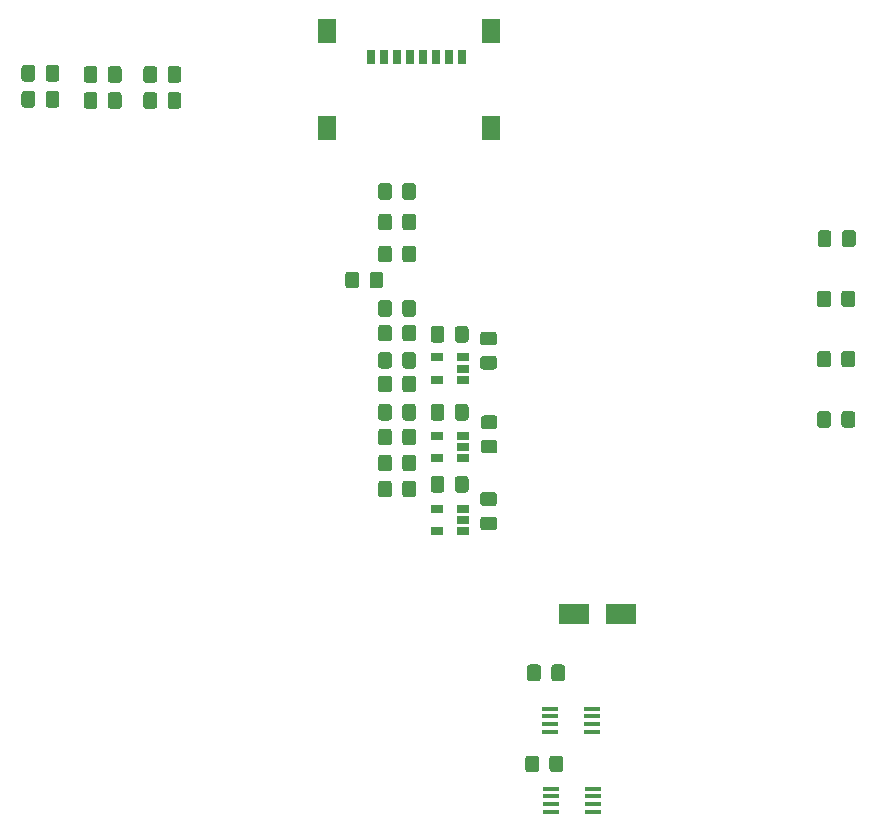
<source format=gtp>
G04 #@! TF.GenerationSoftware,KiCad,Pcbnew,(5.1.5)-3*
G04 #@! TF.CreationDate,2025-02-09T11:39:34+01:00*
G04 #@! TF.ProjectId,ESP32-cnc,45535033-322d-4636-9e63-2e6b69636164,rev?*
G04 #@! TF.SameCoordinates,Original*
G04 #@! TF.FileFunction,Paste,Top*
G04 #@! TF.FilePolarity,Positive*
%FSLAX46Y46*%
G04 Gerber Fmt 4.6, Leading zero omitted, Abs format (unit mm)*
G04 Created by KiCad (PCBNEW (5.1.5)-3) date 2025-02-09 11:39:34*
%MOMM*%
%LPD*%
G04 APERTURE LIST*
%ADD10C,0.100000*%
%ADD11R,1.060000X0.650000*%
%ADD12R,2.500000X1.800000*%
%ADD13R,1.420000X0.400000*%
%ADD14R,1.500000X2.000000*%
%ADD15R,0.800000X1.200000*%
G04 APERTURE END LIST*
D10*
G36*
X40568305Y-43060704D02*
G01*
X40592573Y-43064304D01*
X40616372Y-43070265D01*
X40639471Y-43078530D01*
X40661650Y-43089020D01*
X40682693Y-43101632D01*
X40702399Y-43116247D01*
X40720577Y-43132723D01*
X40737053Y-43150901D01*
X40751668Y-43170607D01*
X40764280Y-43191650D01*
X40774770Y-43213829D01*
X40783035Y-43236928D01*
X40788996Y-43260727D01*
X40792596Y-43284995D01*
X40793800Y-43309499D01*
X40793800Y-44209501D01*
X40792596Y-44234005D01*
X40788996Y-44258273D01*
X40783035Y-44282072D01*
X40774770Y-44305171D01*
X40764280Y-44327350D01*
X40751668Y-44348393D01*
X40737053Y-44368099D01*
X40720577Y-44386277D01*
X40702399Y-44402753D01*
X40682693Y-44417368D01*
X40661650Y-44429980D01*
X40639471Y-44440470D01*
X40616372Y-44448735D01*
X40592573Y-44454696D01*
X40568305Y-44458296D01*
X40543801Y-44459500D01*
X39893799Y-44459500D01*
X39869295Y-44458296D01*
X39845027Y-44454696D01*
X39821228Y-44448735D01*
X39798129Y-44440470D01*
X39775950Y-44429980D01*
X39754907Y-44417368D01*
X39735201Y-44402753D01*
X39717023Y-44386277D01*
X39700547Y-44368099D01*
X39685932Y-44348393D01*
X39673320Y-44327350D01*
X39662830Y-44305171D01*
X39654565Y-44282072D01*
X39648604Y-44258273D01*
X39645004Y-44234005D01*
X39643800Y-44209501D01*
X39643800Y-43309499D01*
X39645004Y-43284995D01*
X39648604Y-43260727D01*
X39654565Y-43236928D01*
X39662830Y-43213829D01*
X39673320Y-43191650D01*
X39685932Y-43170607D01*
X39700547Y-43150901D01*
X39717023Y-43132723D01*
X39735201Y-43116247D01*
X39754907Y-43101632D01*
X39775950Y-43089020D01*
X39798129Y-43078530D01*
X39821228Y-43070265D01*
X39845027Y-43064304D01*
X39869295Y-43060704D01*
X39893799Y-43059500D01*
X40543801Y-43059500D01*
X40568305Y-43060704D01*
G37*
G36*
X42618305Y-43060704D02*
G01*
X42642573Y-43064304D01*
X42666372Y-43070265D01*
X42689471Y-43078530D01*
X42711650Y-43089020D01*
X42732693Y-43101632D01*
X42752399Y-43116247D01*
X42770577Y-43132723D01*
X42787053Y-43150901D01*
X42801668Y-43170607D01*
X42814280Y-43191650D01*
X42824770Y-43213829D01*
X42833035Y-43236928D01*
X42838996Y-43260727D01*
X42842596Y-43284995D01*
X42843800Y-43309499D01*
X42843800Y-44209501D01*
X42842596Y-44234005D01*
X42838996Y-44258273D01*
X42833035Y-44282072D01*
X42824770Y-44305171D01*
X42814280Y-44327350D01*
X42801668Y-44348393D01*
X42787053Y-44368099D01*
X42770577Y-44386277D01*
X42752399Y-44402753D01*
X42732693Y-44417368D01*
X42711650Y-44429980D01*
X42689471Y-44440470D01*
X42666372Y-44448735D01*
X42642573Y-44454696D01*
X42618305Y-44458296D01*
X42593801Y-44459500D01*
X41943799Y-44459500D01*
X41919295Y-44458296D01*
X41895027Y-44454696D01*
X41871228Y-44448735D01*
X41848129Y-44440470D01*
X41825950Y-44429980D01*
X41804907Y-44417368D01*
X41785201Y-44402753D01*
X41767023Y-44386277D01*
X41750547Y-44368099D01*
X41735932Y-44348393D01*
X41723320Y-44327350D01*
X41712830Y-44305171D01*
X41704565Y-44282072D01*
X41698604Y-44258273D01*
X41695004Y-44234005D01*
X41693800Y-44209501D01*
X41693800Y-43309499D01*
X41695004Y-43284995D01*
X41698604Y-43260727D01*
X41704565Y-43236928D01*
X41712830Y-43213829D01*
X41723320Y-43191650D01*
X41735932Y-43170607D01*
X41750547Y-43150901D01*
X41767023Y-43132723D01*
X41785201Y-43116247D01*
X41804907Y-43101632D01*
X41825950Y-43089020D01*
X41848129Y-43078530D01*
X41871228Y-43070265D01*
X41895027Y-43064304D01*
X41919295Y-43060704D01*
X41943799Y-43059500D01*
X42593801Y-43059500D01*
X42618305Y-43060704D01*
G37*
G36*
X102668305Y-64960704D02*
G01*
X102692573Y-64964304D01*
X102716372Y-64970265D01*
X102739471Y-64978530D01*
X102761650Y-64989020D01*
X102782693Y-65001632D01*
X102802399Y-65016247D01*
X102820577Y-65032723D01*
X102837053Y-65050901D01*
X102851668Y-65070607D01*
X102864280Y-65091650D01*
X102874770Y-65113829D01*
X102883035Y-65136928D01*
X102888996Y-65160727D01*
X102892596Y-65184995D01*
X102893800Y-65209499D01*
X102893800Y-66109501D01*
X102892596Y-66134005D01*
X102888996Y-66158273D01*
X102883035Y-66182072D01*
X102874770Y-66205171D01*
X102864280Y-66227350D01*
X102851668Y-66248393D01*
X102837053Y-66268099D01*
X102820577Y-66286277D01*
X102802399Y-66302753D01*
X102782693Y-66317368D01*
X102761650Y-66329980D01*
X102739471Y-66340470D01*
X102716372Y-66348735D01*
X102692573Y-66354696D01*
X102668305Y-66358296D01*
X102643801Y-66359500D01*
X101993799Y-66359500D01*
X101969295Y-66358296D01*
X101945027Y-66354696D01*
X101921228Y-66348735D01*
X101898129Y-66340470D01*
X101875950Y-66329980D01*
X101854907Y-66317368D01*
X101835201Y-66302753D01*
X101817023Y-66286277D01*
X101800547Y-66268099D01*
X101785932Y-66248393D01*
X101773320Y-66227350D01*
X101762830Y-66205171D01*
X101754565Y-66182072D01*
X101748604Y-66158273D01*
X101745004Y-66134005D01*
X101743800Y-66109501D01*
X101743800Y-65209499D01*
X101745004Y-65184995D01*
X101748604Y-65160727D01*
X101754565Y-65136928D01*
X101762830Y-65113829D01*
X101773320Y-65091650D01*
X101785932Y-65070607D01*
X101800547Y-65050901D01*
X101817023Y-65032723D01*
X101835201Y-65016247D01*
X101854907Y-65001632D01*
X101875950Y-64989020D01*
X101898129Y-64978530D01*
X101921228Y-64970265D01*
X101945027Y-64964304D01*
X101969295Y-64960704D01*
X101993799Y-64959500D01*
X102643801Y-64959500D01*
X102668305Y-64960704D01*
G37*
G36*
X104718305Y-64960704D02*
G01*
X104742573Y-64964304D01*
X104766372Y-64970265D01*
X104789471Y-64978530D01*
X104811650Y-64989020D01*
X104832693Y-65001632D01*
X104852399Y-65016247D01*
X104870577Y-65032723D01*
X104887053Y-65050901D01*
X104901668Y-65070607D01*
X104914280Y-65091650D01*
X104924770Y-65113829D01*
X104933035Y-65136928D01*
X104938996Y-65160727D01*
X104942596Y-65184995D01*
X104943800Y-65209499D01*
X104943800Y-66109501D01*
X104942596Y-66134005D01*
X104938996Y-66158273D01*
X104933035Y-66182072D01*
X104924770Y-66205171D01*
X104914280Y-66227350D01*
X104901668Y-66248393D01*
X104887053Y-66268099D01*
X104870577Y-66286277D01*
X104852399Y-66302753D01*
X104832693Y-66317368D01*
X104811650Y-66329980D01*
X104789471Y-66340470D01*
X104766372Y-66348735D01*
X104742573Y-66354696D01*
X104718305Y-66358296D01*
X104693801Y-66359500D01*
X104043799Y-66359500D01*
X104019295Y-66358296D01*
X103995027Y-66354696D01*
X103971228Y-66348735D01*
X103948129Y-66340470D01*
X103925950Y-66329980D01*
X103904907Y-66317368D01*
X103885201Y-66302753D01*
X103867023Y-66286277D01*
X103850547Y-66268099D01*
X103835932Y-66248393D01*
X103823320Y-66227350D01*
X103812830Y-66205171D01*
X103804565Y-66182072D01*
X103798604Y-66158273D01*
X103795004Y-66134005D01*
X103793800Y-66109501D01*
X103793800Y-65209499D01*
X103795004Y-65184995D01*
X103798604Y-65160727D01*
X103804565Y-65136928D01*
X103812830Y-65113829D01*
X103823320Y-65091650D01*
X103835932Y-65070607D01*
X103850547Y-65050901D01*
X103867023Y-65032723D01*
X103885201Y-65016247D01*
X103904907Y-65001632D01*
X103925950Y-64989020D01*
X103948129Y-64978530D01*
X103971228Y-64970265D01*
X103995027Y-64964304D01*
X104019295Y-64960704D01*
X104043799Y-64959500D01*
X104693801Y-64959500D01*
X104718305Y-64960704D01*
G37*
G36*
X71993305Y-62860704D02*
G01*
X72017573Y-62864304D01*
X72041372Y-62870265D01*
X72064471Y-62878530D01*
X72086650Y-62889020D01*
X72107693Y-62901632D01*
X72127399Y-62916247D01*
X72145577Y-62932723D01*
X72162053Y-62950901D01*
X72176668Y-62970607D01*
X72189280Y-62991650D01*
X72199770Y-63013829D01*
X72208035Y-63036928D01*
X72213996Y-63060727D01*
X72217596Y-63084995D01*
X72218800Y-63109499D01*
X72218800Y-64009501D01*
X72217596Y-64034005D01*
X72213996Y-64058273D01*
X72208035Y-64082072D01*
X72199770Y-64105171D01*
X72189280Y-64127350D01*
X72176668Y-64148393D01*
X72162053Y-64168099D01*
X72145577Y-64186277D01*
X72127399Y-64202753D01*
X72107693Y-64217368D01*
X72086650Y-64229980D01*
X72064471Y-64240470D01*
X72041372Y-64248735D01*
X72017573Y-64254696D01*
X71993305Y-64258296D01*
X71968801Y-64259500D01*
X71318799Y-64259500D01*
X71294295Y-64258296D01*
X71270027Y-64254696D01*
X71246228Y-64248735D01*
X71223129Y-64240470D01*
X71200950Y-64229980D01*
X71179907Y-64217368D01*
X71160201Y-64202753D01*
X71142023Y-64186277D01*
X71125547Y-64168099D01*
X71110932Y-64148393D01*
X71098320Y-64127350D01*
X71087830Y-64105171D01*
X71079565Y-64082072D01*
X71073604Y-64058273D01*
X71070004Y-64034005D01*
X71068800Y-64009501D01*
X71068800Y-63109499D01*
X71070004Y-63084995D01*
X71073604Y-63060727D01*
X71079565Y-63036928D01*
X71087830Y-63013829D01*
X71098320Y-62991650D01*
X71110932Y-62970607D01*
X71125547Y-62950901D01*
X71142023Y-62932723D01*
X71160201Y-62916247D01*
X71179907Y-62901632D01*
X71200950Y-62889020D01*
X71223129Y-62878530D01*
X71246228Y-62870265D01*
X71270027Y-62864304D01*
X71294295Y-62860704D01*
X71318799Y-62859500D01*
X71968801Y-62859500D01*
X71993305Y-62860704D01*
G37*
G36*
X69943305Y-62860704D02*
G01*
X69967573Y-62864304D01*
X69991372Y-62870265D01*
X70014471Y-62878530D01*
X70036650Y-62889020D01*
X70057693Y-62901632D01*
X70077399Y-62916247D01*
X70095577Y-62932723D01*
X70112053Y-62950901D01*
X70126668Y-62970607D01*
X70139280Y-62991650D01*
X70149770Y-63013829D01*
X70158035Y-63036928D01*
X70163996Y-63060727D01*
X70167596Y-63084995D01*
X70168800Y-63109499D01*
X70168800Y-64009501D01*
X70167596Y-64034005D01*
X70163996Y-64058273D01*
X70158035Y-64082072D01*
X70149770Y-64105171D01*
X70139280Y-64127350D01*
X70126668Y-64148393D01*
X70112053Y-64168099D01*
X70095577Y-64186277D01*
X70077399Y-64202753D01*
X70057693Y-64217368D01*
X70036650Y-64229980D01*
X70014471Y-64240470D01*
X69991372Y-64248735D01*
X69967573Y-64254696D01*
X69943305Y-64258296D01*
X69918801Y-64259500D01*
X69268799Y-64259500D01*
X69244295Y-64258296D01*
X69220027Y-64254696D01*
X69196228Y-64248735D01*
X69173129Y-64240470D01*
X69150950Y-64229980D01*
X69129907Y-64217368D01*
X69110201Y-64202753D01*
X69092023Y-64186277D01*
X69075547Y-64168099D01*
X69060932Y-64148393D01*
X69048320Y-64127350D01*
X69037830Y-64105171D01*
X69029565Y-64082072D01*
X69023604Y-64058273D01*
X69020004Y-64034005D01*
X69018800Y-64009501D01*
X69018800Y-63109499D01*
X69020004Y-63084995D01*
X69023604Y-63060727D01*
X69029565Y-63036928D01*
X69037830Y-63013829D01*
X69048320Y-62991650D01*
X69060932Y-62970607D01*
X69075547Y-62950901D01*
X69092023Y-62932723D01*
X69110201Y-62916247D01*
X69129907Y-62901632D01*
X69150950Y-62889020D01*
X69173129Y-62878530D01*
X69196228Y-62870265D01*
X69220027Y-62864304D01*
X69244295Y-62860704D01*
X69268799Y-62859500D01*
X69918801Y-62859500D01*
X69943305Y-62860704D01*
G37*
G36*
X71993305Y-69460704D02*
G01*
X72017573Y-69464304D01*
X72041372Y-69470265D01*
X72064471Y-69478530D01*
X72086650Y-69489020D01*
X72107693Y-69501632D01*
X72127399Y-69516247D01*
X72145577Y-69532723D01*
X72162053Y-69550901D01*
X72176668Y-69570607D01*
X72189280Y-69591650D01*
X72199770Y-69613829D01*
X72208035Y-69636928D01*
X72213996Y-69660727D01*
X72217596Y-69684995D01*
X72218800Y-69709499D01*
X72218800Y-70609501D01*
X72217596Y-70634005D01*
X72213996Y-70658273D01*
X72208035Y-70682072D01*
X72199770Y-70705171D01*
X72189280Y-70727350D01*
X72176668Y-70748393D01*
X72162053Y-70768099D01*
X72145577Y-70786277D01*
X72127399Y-70802753D01*
X72107693Y-70817368D01*
X72086650Y-70829980D01*
X72064471Y-70840470D01*
X72041372Y-70848735D01*
X72017573Y-70854696D01*
X71993305Y-70858296D01*
X71968801Y-70859500D01*
X71318799Y-70859500D01*
X71294295Y-70858296D01*
X71270027Y-70854696D01*
X71246228Y-70848735D01*
X71223129Y-70840470D01*
X71200950Y-70829980D01*
X71179907Y-70817368D01*
X71160201Y-70802753D01*
X71142023Y-70786277D01*
X71125547Y-70768099D01*
X71110932Y-70748393D01*
X71098320Y-70727350D01*
X71087830Y-70705171D01*
X71079565Y-70682072D01*
X71073604Y-70658273D01*
X71070004Y-70634005D01*
X71068800Y-70609501D01*
X71068800Y-69709499D01*
X71070004Y-69684995D01*
X71073604Y-69660727D01*
X71079565Y-69636928D01*
X71087830Y-69613829D01*
X71098320Y-69591650D01*
X71110932Y-69570607D01*
X71125547Y-69550901D01*
X71142023Y-69532723D01*
X71160201Y-69516247D01*
X71179907Y-69501632D01*
X71200950Y-69489020D01*
X71223129Y-69478530D01*
X71246228Y-69470265D01*
X71270027Y-69464304D01*
X71294295Y-69460704D01*
X71318799Y-69459500D01*
X71968801Y-69459500D01*
X71993305Y-69460704D01*
G37*
G36*
X69943305Y-69460704D02*
G01*
X69967573Y-69464304D01*
X69991372Y-69470265D01*
X70014471Y-69478530D01*
X70036650Y-69489020D01*
X70057693Y-69501632D01*
X70077399Y-69516247D01*
X70095577Y-69532723D01*
X70112053Y-69550901D01*
X70126668Y-69570607D01*
X70139280Y-69591650D01*
X70149770Y-69613829D01*
X70158035Y-69636928D01*
X70163996Y-69660727D01*
X70167596Y-69684995D01*
X70168800Y-69709499D01*
X70168800Y-70609501D01*
X70167596Y-70634005D01*
X70163996Y-70658273D01*
X70158035Y-70682072D01*
X70149770Y-70705171D01*
X70139280Y-70727350D01*
X70126668Y-70748393D01*
X70112053Y-70768099D01*
X70095577Y-70786277D01*
X70077399Y-70802753D01*
X70057693Y-70817368D01*
X70036650Y-70829980D01*
X70014471Y-70840470D01*
X69991372Y-70848735D01*
X69967573Y-70854696D01*
X69943305Y-70858296D01*
X69918801Y-70859500D01*
X69268799Y-70859500D01*
X69244295Y-70858296D01*
X69220027Y-70854696D01*
X69196228Y-70848735D01*
X69173129Y-70840470D01*
X69150950Y-70829980D01*
X69129907Y-70817368D01*
X69110201Y-70802753D01*
X69092023Y-70786277D01*
X69075547Y-70768099D01*
X69060932Y-70748393D01*
X69048320Y-70727350D01*
X69037830Y-70705171D01*
X69029565Y-70682072D01*
X69023604Y-70658273D01*
X69020004Y-70634005D01*
X69018800Y-70609501D01*
X69018800Y-69709499D01*
X69020004Y-69684995D01*
X69023604Y-69660727D01*
X69029565Y-69636928D01*
X69037830Y-69613829D01*
X69048320Y-69591650D01*
X69060932Y-69570607D01*
X69075547Y-69550901D01*
X69092023Y-69532723D01*
X69110201Y-69516247D01*
X69129907Y-69501632D01*
X69150950Y-69489020D01*
X69173129Y-69478530D01*
X69196228Y-69470265D01*
X69220027Y-69464304D01*
X69244295Y-69460704D01*
X69268799Y-69459500D01*
X69918801Y-69459500D01*
X69943305Y-69460704D01*
G37*
G36*
X65493305Y-67060704D02*
G01*
X65517573Y-67064304D01*
X65541372Y-67070265D01*
X65564471Y-67078530D01*
X65586650Y-67089020D01*
X65607693Y-67101632D01*
X65627399Y-67116247D01*
X65645577Y-67132723D01*
X65662053Y-67150901D01*
X65676668Y-67170607D01*
X65689280Y-67191650D01*
X65699770Y-67213829D01*
X65708035Y-67236928D01*
X65713996Y-67260727D01*
X65717596Y-67284995D01*
X65718800Y-67309499D01*
X65718800Y-68209501D01*
X65717596Y-68234005D01*
X65713996Y-68258273D01*
X65708035Y-68282072D01*
X65699770Y-68305171D01*
X65689280Y-68327350D01*
X65676668Y-68348393D01*
X65662053Y-68368099D01*
X65645577Y-68386277D01*
X65627399Y-68402753D01*
X65607693Y-68417368D01*
X65586650Y-68429980D01*
X65564471Y-68440470D01*
X65541372Y-68448735D01*
X65517573Y-68454696D01*
X65493305Y-68458296D01*
X65468801Y-68459500D01*
X64818799Y-68459500D01*
X64794295Y-68458296D01*
X64770027Y-68454696D01*
X64746228Y-68448735D01*
X64723129Y-68440470D01*
X64700950Y-68429980D01*
X64679907Y-68417368D01*
X64660201Y-68402753D01*
X64642023Y-68386277D01*
X64625547Y-68368099D01*
X64610932Y-68348393D01*
X64598320Y-68327350D01*
X64587830Y-68305171D01*
X64579565Y-68282072D01*
X64573604Y-68258273D01*
X64570004Y-68234005D01*
X64568800Y-68209501D01*
X64568800Y-67309499D01*
X64570004Y-67284995D01*
X64573604Y-67260727D01*
X64579565Y-67236928D01*
X64587830Y-67213829D01*
X64598320Y-67191650D01*
X64610932Y-67170607D01*
X64625547Y-67150901D01*
X64642023Y-67132723D01*
X64660201Y-67116247D01*
X64679907Y-67101632D01*
X64700950Y-67089020D01*
X64723129Y-67078530D01*
X64746228Y-67070265D01*
X64770027Y-67064304D01*
X64794295Y-67060704D01*
X64818799Y-67059500D01*
X65468801Y-67059500D01*
X65493305Y-67060704D01*
G37*
G36*
X67543305Y-67060704D02*
G01*
X67567573Y-67064304D01*
X67591372Y-67070265D01*
X67614471Y-67078530D01*
X67636650Y-67089020D01*
X67657693Y-67101632D01*
X67677399Y-67116247D01*
X67695577Y-67132723D01*
X67712053Y-67150901D01*
X67726668Y-67170607D01*
X67739280Y-67191650D01*
X67749770Y-67213829D01*
X67758035Y-67236928D01*
X67763996Y-67260727D01*
X67767596Y-67284995D01*
X67768800Y-67309499D01*
X67768800Y-68209501D01*
X67767596Y-68234005D01*
X67763996Y-68258273D01*
X67758035Y-68282072D01*
X67749770Y-68305171D01*
X67739280Y-68327350D01*
X67726668Y-68348393D01*
X67712053Y-68368099D01*
X67695577Y-68386277D01*
X67677399Y-68402753D01*
X67657693Y-68417368D01*
X67636650Y-68429980D01*
X67614471Y-68440470D01*
X67591372Y-68448735D01*
X67567573Y-68454696D01*
X67543305Y-68458296D01*
X67518801Y-68459500D01*
X66868799Y-68459500D01*
X66844295Y-68458296D01*
X66820027Y-68454696D01*
X66796228Y-68448735D01*
X66773129Y-68440470D01*
X66750950Y-68429980D01*
X66729907Y-68417368D01*
X66710201Y-68402753D01*
X66692023Y-68386277D01*
X66675547Y-68368099D01*
X66660932Y-68348393D01*
X66648320Y-68327350D01*
X66637830Y-68305171D01*
X66629565Y-68282072D01*
X66623604Y-68258273D01*
X66620004Y-68234005D01*
X66618800Y-68209501D01*
X66618800Y-67309499D01*
X66620004Y-67284995D01*
X66623604Y-67260727D01*
X66629565Y-67236928D01*
X66637830Y-67213829D01*
X66648320Y-67191650D01*
X66660932Y-67170607D01*
X66675547Y-67150901D01*
X66692023Y-67132723D01*
X66710201Y-67116247D01*
X66729907Y-67101632D01*
X66750950Y-67089020D01*
X66773129Y-67078530D01*
X66796228Y-67070265D01*
X66820027Y-67064304D01*
X66844295Y-67060704D01*
X66868799Y-67059500D01*
X67518801Y-67059500D01*
X67543305Y-67060704D01*
G37*
G36*
X65493305Y-71560704D02*
G01*
X65517573Y-71564304D01*
X65541372Y-71570265D01*
X65564471Y-71578530D01*
X65586650Y-71589020D01*
X65607693Y-71601632D01*
X65627399Y-71616247D01*
X65645577Y-71632723D01*
X65662053Y-71650901D01*
X65676668Y-71670607D01*
X65689280Y-71691650D01*
X65699770Y-71713829D01*
X65708035Y-71736928D01*
X65713996Y-71760727D01*
X65717596Y-71784995D01*
X65718800Y-71809499D01*
X65718800Y-72709501D01*
X65717596Y-72734005D01*
X65713996Y-72758273D01*
X65708035Y-72782072D01*
X65699770Y-72805171D01*
X65689280Y-72827350D01*
X65676668Y-72848393D01*
X65662053Y-72868099D01*
X65645577Y-72886277D01*
X65627399Y-72902753D01*
X65607693Y-72917368D01*
X65586650Y-72929980D01*
X65564471Y-72940470D01*
X65541372Y-72948735D01*
X65517573Y-72954696D01*
X65493305Y-72958296D01*
X65468801Y-72959500D01*
X64818799Y-72959500D01*
X64794295Y-72958296D01*
X64770027Y-72954696D01*
X64746228Y-72948735D01*
X64723129Y-72940470D01*
X64700950Y-72929980D01*
X64679907Y-72917368D01*
X64660201Y-72902753D01*
X64642023Y-72886277D01*
X64625547Y-72868099D01*
X64610932Y-72848393D01*
X64598320Y-72827350D01*
X64587830Y-72805171D01*
X64579565Y-72782072D01*
X64573604Y-72758273D01*
X64570004Y-72734005D01*
X64568800Y-72709501D01*
X64568800Y-71809499D01*
X64570004Y-71784995D01*
X64573604Y-71760727D01*
X64579565Y-71736928D01*
X64587830Y-71713829D01*
X64598320Y-71691650D01*
X64610932Y-71670607D01*
X64625547Y-71650901D01*
X64642023Y-71632723D01*
X64660201Y-71616247D01*
X64679907Y-71601632D01*
X64700950Y-71589020D01*
X64723129Y-71578530D01*
X64746228Y-71570265D01*
X64770027Y-71564304D01*
X64794295Y-71560704D01*
X64818799Y-71559500D01*
X65468801Y-71559500D01*
X65493305Y-71560704D01*
G37*
G36*
X67543305Y-71560704D02*
G01*
X67567573Y-71564304D01*
X67591372Y-71570265D01*
X67614471Y-71578530D01*
X67636650Y-71589020D01*
X67657693Y-71601632D01*
X67677399Y-71616247D01*
X67695577Y-71632723D01*
X67712053Y-71650901D01*
X67726668Y-71670607D01*
X67739280Y-71691650D01*
X67749770Y-71713829D01*
X67758035Y-71736928D01*
X67763996Y-71760727D01*
X67767596Y-71784995D01*
X67768800Y-71809499D01*
X67768800Y-72709501D01*
X67767596Y-72734005D01*
X67763996Y-72758273D01*
X67758035Y-72782072D01*
X67749770Y-72805171D01*
X67739280Y-72827350D01*
X67726668Y-72848393D01*
X67712053Y-72868099D01*
X67695577Y-72886277D01*
X67677399Y-72902753D01*
X67657693Y-72917368D01*
X67636650Y-72929980D01*
X67614471Y-72940470D01*
X67591372Y-72948735D01*
X67567573Y-72954696D01*
X67543305Y-72958296D01*
X67518801Y-72959500D01*
X66868799Y-72959500D01*
X66844295Y-72958296D01*
X66820027Y-72954696D01*
X66796228Y-72948735D01*
X66773129Y-72940470D01*
X66750950Y-72929980D01*
X66729907Y-72917368D01*
X66710201Y-72902753D01*
X66692023Y-72886277D01*
X66675547Y-72868099D01*
X66660932Y-72848393D01*
X66648320Y-72827350D01*
X66637830Y-72805171D01*
X66629565Y-72782072D01*
X66623604Y-72758273D01*
X66620004Y-72734005D01*
X66618800Y-72709501D01*
X66618800Y-71809499D01*
X66620004Y-71784995D01*
X66623604Y-71760727D01*
X66629565Y-71736928D01*
X66637830Y-71713829D01*
X66648320Y-71691650D01*
X66660932Y-71670607D01*
X66675547Y-71650901D01*
X66692023Y-71632723D01*
X66710201Y-71616247D01*
X66729907Y-71601632D01*
X66750950Y-71589020D01*
X66773129Y-71578530D01*
X66796228Y-71570265D01*
X66820027Y-71564304D01*
X66844295Y-71560704D01*
X66868799Y-71559500D01*
X67518801Y-71559500D01*
X67543305Y-71560704D01*
G37*
G36*
X102668305Y-59860704D02*
G01*
X102692573Y-59864304D01*
X102716372Y-59870265D01*
X102739471Y-59878530D01*
X102761650Y-59889020D01*
X102782693Y-59901632D01*
X102802399Y-59916247D01*
X102820577Y-59932723D01*
X102837053Y-59950901D01*
X102851668Y-59970607D01*
X102864280Y-59991650D01*
X102874770Y-60013829D01*
X102883035Y-60036928D01*
X102888996Y-60060727D01*
X102892596Y-60084995D01*
X102893800Y-60109499D01*
X102893800Y-61009501D01*
X102892596Y-61034005D01*
X102888996Y-61058273D01*
X102883035Y-61082072D01*
X102874770Y-61105171D01*
X102864280Y-61127350D01*
X102851668Y-61148393D01*
X102837053Y-61168099D01*
X102820577Y-61186277D01*
X102802399Y-61202753D01*
X102782693Y-61217368D01*
X102761650Y-61229980D01*
X102739471Y-61240470D01*
X102716372Y-61248735D01*
X102692573Y-61254696D01*
X102668305Y-61258296D01*
X102643801Y-61259500D01*
X101993799Y-61259500D01*
X101969295Y-61258296D01*
X101945027Y-61254696D01*
X101921228Y-61248735D01*
X101898129Y-61240470D01*
X101875950Y-61229980D01*
X101854907Y-61217368D01*
X101835201Y-61202753D01*
X101817023Y-61186277D01*
X101800547Y-61168099D01*
X101785932Y-61148393D01*
X101773320Y-61127350D01*
X101762830Y-61105171D01*
X101754565Y-61082072D01*
X101748604Y-61058273D01*
X101745004Y-61034005D01*
X101743800Y-61009501D01*
X101743800Y-60109499D01*
X101745004Y-60084995D01*
X101748604Y-60060727D01*
X101754565Y-60036928D01*
X101762830Y-60013829D01*
X101773320Y-59991650D01*
X101785932Y-59970607D01*
X101800547Y-59950901D01*
X101817023Y-59932723D01*
X101835201Y-59916247D01*
X101854907Y-59901632D01*
X101875950Y-59889020D01*
X101898129Y-59878530D01*
X101921228Y-59870265D01*
X101945027Y-59864304D01*
X101969295Y-59860704D01*
X101993799Y-59859500D01*
X102643801Y-59859500D01*
X102668305Y-59860704D01*
G37*
G36*
X104718305Y-59860704D02*
G01*
X104742573Y-59864304D01*
X104766372Y-59870265D01*
X104789471Y-59878530D01*
X104811650Y-59889020D01*
X104832693Y-59901632D01*
X104852399Y-59916247D01*
X104870577Y-59932723D01*
X104887053Y-59950901D01*
X104901668Y-59970607D01*
X104914280Y-59991650D01*
X104924770Y-60013829D01*
X104933035Y-60036928D01*
X104938996Y-60060727D01*
X104942596Y-60084995D01*
X104943800Y-60109499D01*
X104943800Y-61009501D01*
X104942596Y-61034005D01*
X104938996Y-61058273D01*
X104933035Y-61082072D01*
X104924770Y-61105171D01*
X104914280Y-61127350D01*
X104901668Y-61148393D01*
X104887053Y-61168099D01*
X104870577Y-61186277D01*
X104852399Y-61202753D01*
X104832693Y-61217368D01*
X104811650Y-61229980D01*
X104789471Y-61240470D01*
X104766372Y-61248735D01*
X104742573Y-61254696D01*
X104718305Y-61258296D01*
X104693801Y-61259500D01*
X104043799Y-61259500D01*
X104019295Y-61258296D01*
X103995027Y-61254696D01*
X103971228Y-61248735D01*
X103948129Y-61240470D01*
X103925950Y-61229980D01*
X103904907Y-61217368D01*
X103885201Y-61202753D01*
X103867023Y-61186277D01*
X103850547Y-61168099D01*
X103835932Y-61148393D01*
X103823320Y-61127350D01*
X103812830Y-61105171D01*
X103804565Y-61082072D01*
X103798604Y-61058273D01*
X103795004Y-61034005D01*
X103793800Y-61009501D01*
X103793800Y-60109499D01*
X103795004Y-60084995D01*
X103798604Y-60060727D01*
X103804565Y-60036928D01*
X103812830Y-60013829D01*
X103823320Y-59991650D01*
X103835932Y-59970607D01*
X103850547Y-59950901D01*
X103867023Y-59932723D01*
X103885201Y-59916247D01*
X103904907Y-59901632D01*
X103925950Y-59889020D01*
X103948129Y-59878530D01*
X103971228Y-59870265D01*
X103995027Y-59864304D01*
X104019295Y-59860704D01*
X104043799Y-59859500D01*
X104693801Y-59859500D01*
X104718305Y-59860704D01*
G37*
G36*
X102668305Y-70060704D02*
G01*
X102692573Y-70064304D01*
X102716372Y-70070265D01*
X102739471Y-70078530D01*
X102761650Y-70089020D01*
X102782693Y-70101632D01*
X102802399Y-70116247D01*
X102820577Y-70132723D01*
X102837053Y-70150901D01*
X102851668Y-70170607D01*
X102864280Y-70191650D01*
X102874770Y-70213829D01*
X102883035Y-70236928D01*
X102888996Y-70260727D01*
X102892596Y-70284995D01*
X102893800Y-70309499D01*
X102893800Y-71209501D01*
X102892596Y-71234005D01*
X102888996Y-71258273D01*
X102883035Y-71282072D01*
X102874770Y-71305171D01*
X102864280Y-71327350D01*
X102851668Y-71348393D01*
X102837053Y-71368099D01*
X102820577Y-71386277D01*
X102802399Y-71402753D01*
X102782693Y-71417368D01*
X102761650Y-71429980D01*
X102739471Y-71440470D01*
X102716372Y-71448735D01*
X102692573Y-71454696D01*
X102668305Y-71458296D01*
X102643801Y-71459500D01*
X101993799Y-71459500D01*
X101969295Y-71458296D01*
X101945027Y-71454696D01*
X101921228Y-71448735D01*
X101898129Y-71440470D01*
X101875950Y-71429980D01*
X101854907Y-71417368D01*
X101835201Y-71402753D01*
X101817023Y-71386277D01*
X101800547Y-71368099D01*
X101785932Y-71348393D01*
X101773320Y-71327350D01*
X101762830Y-71305171D01*
X101754565Y-71282072D01*
X101748604Y-71258273D01*
X101745004Y-71234005D01*
X101743800Y-71209501D01*
X101743800Y-70309499D01*
X101745004Y-70284995D01*
X101748604Y-70260727D01*
X101754565Y-70236928D01*
X101762830Y-70213829D01*
X101773320Y-70191650D01*
X101785932Y-70170607D01*
X101800547Y-70150901D01*
X101817023Y-70132723D01*
X101835201Y-70116247D01*
X101854907Y-70101632D01*
X101875950Y-70089020D01*
X101898129Y-70078530D01*
X101921228Y-70070265D01*
X101945027Y-70064304D01*
X101969295Y-70060704D01*
X101993799Y-70059500D01*
X102643801Y-70059500D01*
X102668305Y-70060704D01*
G37*
G36*
X104718305Y-70060704D02*
G01*
X104742573Y-70064304D01*
X104766372Y-70070265D01*
X104789471Y-70078530D01*
X104811650Y-70089020D01*
X104832693Y-70101632D01*
X104852399Y-70116247D01*
X104870577Y-70132723D01*
X104887053Y-70150901D01*
X104901668Y-70170607D01*
X104914280Y-70191650D01*
X104924770Y-70213829D01*
X104933035Y-70236928D01*
X104938996Y-70260727D01*
X104942596Y-70284995D01*
X104943800Y-70309499D01*
X104943800Y-71209501D01*
X104942596Y-71234005D01*
X104938996Y-71258273D01*
X104933035Y-71282072D01*
X104924770Y-71305171D01*
X104914280Y-71327350D01*
X104901668Y-71348393D01*
X104887053Y-71368099D01*
X104870577Y-71386277D01*
X104852399Y-71402753D01*
X104832693Y-71417368D01*
X104811650Y-71429980D01*
X104789471Y-71440470D01*
X104766372Y-71448735D01*
X104742573Y-71454696D01*
X104718305Y-71458296D01*
X104693801Y-71459500D01*
X104043799Y-71459500D01*
X104019295Y-71458296D01*
X103995027Y-71454696D01*
X103971228Y-71448735D01*
X103948129Y-71440470D01*
X103925950Y-71429980D01*
X103904907Y-71417368D01*
X103885201Y-71402753D01*
X103867023Y-71386277D01*
X103850547Y-71368099D01*
X103835932Y-71348393D01*
X103823320Y-71327350D01*
X103812830Y-71305171D01*
X103804565Y-71282072D01*
X103798604Y-71258273D01*
X103795004Y-71234005D01*
X103793800Y-71209501D01*
X103793800Y-70309499D01*
X103795004Y-70284995D01*
X103798604Y-70260727D01*
X103804565Y-70236928D01*
X103812830Y-70213829D01*
X103823320Y-70191650D01*
X103835932Y-70170607D01*
X103850547Y-70150901D01*
X103867023Y-70132723D01*
X103885201Y-70116247D01*
X103904907Y-70101632D01*
X103925950Y-70089020D01*
X103948129Y-70078530D01*
X103971228Y-70070265D01*
X103995027Y-70064304D01*
X104019295Y-70060704D01*
X104043799Y-70059500D01*
X104693801Y-70059500D01*
X104718305Y-70060704D01*
G37*
G36*
X69943305Y-75560704D02*
G01*
X69967573Y-75564304D01*
X69991372Y-75570265D01*
X70014471Y-75578530D01*
X70036650Y-75589020D01*
X70057693Y-75601632D01*
X70077399Y-75616247D01*
X70095577Y-75632723D01*
X70112053Y-75650901D01*
X70126668Y-75670607D01*
X70139280Y-75691650D01*
X70149770Y-75713829D01*
X70158035Y-75736928D01*
X70163996Y-75760727D01*
X70167596Y-75784995D01*
X70168800Y-75809499D01*
X70168800Y-76709501D01*
X70167596Y-76734005D01*
X70163996Y-76758273D01*
X70158035Y-76782072D01*
X70149770Y-76805171D01*
X70139280Y-76827350D01*
X70126668Y-76848393D01*
X70112053Y-76868099D01*
X70095577Y-76886277D01*
X70077399Y-76902753D01*
X70057693Y-76917368D01*
X70036650Y-76929980D01*
X70014471Y-76940470D01*
X69991372Y-76948735D01*
X69967573Y-76954696D01*
X69943305Y-76958296D01*
X69918801Y-76959500D01*
X69268799Y-76959500D01*
X69244295Y-76958296D01*
X69220027Y-76954696D01*
X69196228Y-76948735D01*
X69173129Y-76940470D01*
X69150950Y-76929980D01*
X69129907Y-76917368D01*
X69110201Y-76902753D01*
X69092023Y-76886277D01*
X69075547Y-76868099D01*
X69060932Y-76848393D01*
X69048320Y-76827350D01*
X69037830Y-76805171D01*
X69029565Y-76782072D01*
X69023604Y-76758273D01*
X69020004Y-76734005D01*
X69018800Y-76709501D01*
X69018800Y-75809499D01*
X69020004Y-75784995D01*
X69023604Y-75760727D01*
X69029565Y-75736928D01*
X69037830Y-75713829D01*
X69048320Y-75691650D01*
X69060932Y-75670607D01*
X69075547Y-75650901D01*
X69092023Y-75632723D01*
X69110201Y-75616247D01*
X69129907Y-75601632D01*
X69150950Y-75589020D01*
X69173129Y-75578530D01*
X69196228Y-75570265D01*
X69220027Y-75564304D01*
X69244295Y-75560704D01*
X69268799Y-75559500D01*
X69918801Y-75559500D01*
X69943305Y-75560704D01*
G37*
G36*
X71993305Y-75560704D02*
G01*
X72017573Y-75564304D01*
X72041372Y-75570265D01*
X72064471Y-75578530D01*
X72086650Y-75589020D01*
X72107693Y-75601632D01*
X72127399Y-75616247D01*
X72145577Y-75632723D01*
X72162053Y-75650901D01*
X72176668Y-75670607D01*
X72189280Y-75691650D01*
X72199770Y-75713829D01*
X72208035Y-75736928D01*
X72213996Y-75760727D01*
X72217596Y-75784995D01*
X72218800Y-75809499D01*
X72218800Y-76709501D01*
X72217596Y-76734005D01*
X72213996Y-76758273D01*
X72208035Y-76782072D01*
X72199770Y-76805171D01*
X72189280Y-76827350D01*
X72176668Y-76848393D01*
X72162053Y-76868099D01*
X72145577Y-76886277D01*
X72127399Y-76902753D01*
X72107693Y-76917368D01*
X72086650Y-76929980D01*
X72064471Y-76940470D01*
X72041372Y-76948735D01*
X72017573Y-76954696D01*
X71993305Y-76958296D01*
X71968801Y-76959500D01*
X71318799Y-76959500D01*
X71294295Y-76958296D01*
X71270027Y-76954696D01*
X71246228Y-76948735D01*
X71223129Y-76940470D01*
X71200950Y-76929980D01*
X71179907Y-76917368D01*
X71160201Y-76902753D01*
X71142023Y-76886277D01*
X71125547Y-76868099D01*
X71110932Y-76848393D01*
X71098320Y-76827350D01*
X71087830Y-76805171D01*
X71079565Y-76782072D01*
X71073604Y-76758273D01*
X71070004Y-76734005D01*
X71068800Y-76709501D01*
X71068800Y-75809499D01*
X71070004Y-75784995D01*
X71073604Y-75760727D01*
X71079565Y-75736928D01*
X71087830Y-75713829D01*
X71098320Y-75691650D01*
X71110932Y-75670607D01*
X71125547Y-75650901D01*
X71142023Y-75632723D01*
X71160201Y-75616247D01*
X71179907Y-75601632D01*
X71200950Y-75589020D01*
X71223129Y-75578530D01*
X71246228Y-75570265D01*
X71270027Y-75564304D01*
X71294295Y-75560704D01*
X71318799Y-75559500D01*
X71968801Y-75559500D01*
X71993305Y-75560704D01*
G37*
G36*
X65493305Y-75960704D02*
G01*
X65517573Y-75964304D01*
X65541372Y-75970265D01*
X65564471Y-75978530D01*
X65586650Y-75989020D01*
X65607693Y-76001632D01*
X65627399Y-76016247D01*
X65645577Y-76032723D01*
X65662053Y-76050901D01*
X65676668Y-76070607D01*
X65689280Y-76091650D01*
X65699770Y-76113829D01*
X65708035Y-76136928D01*
X65713996Y-76160727D01*
X65717596Y-76184995D01*
X65718800Y-76209499D01*
X65718800Y-77109501D01*
X65717596Y-77134005D01*
X65713996Y-77158273D01*
X65708035Y-77182072D01*
X65699770Y-77205171D01*
X65689280Y-77227350D01*
X65676668Y-77248393D01*
X65662053Y-77268099D01*
X65645577Y-77286277D01*
X65627399Y-77302753D01*
X65607693Y-77317368D01*
X65586650Y-77329980D01*
X65564471Y-77340470D01*
X65541372Y-77348735D01*
X65517573Y-77354696D01*
X65493305Y-77358296D01*
X65468801Y-77359500D01*
X64818799Y-77359500D01*
X64794295Y-77358296D01*
X64770027Y-77354696D01*
X64746228Y-77348735D01*
X64723129Y-77340470D01*
X64700950Y-77329980D01*
X64679907Y-77317368D01*
X64660201Y-77302753D01*
X64642023Y-77286277D01*
X64625547Y-77268099D01*
X64610932Y-77248393D01*
X64598320Y-77227350D01*
X64587830Y-77205171D01*
X64579565Y-77182072D01*
X64573604Y-77158273D01*
X64570004Y-77134005D01*
X64568800Y-77109501D01*
X64568800Y-76209499D01*
X64570004Y-76184995D01*
X64573604Y-76160727D01*
X64579565Y-76136928D01*
X64587830Y-76113829D01*
X64598320Y-76091650D01*
X64610932Y-76070607D01*
X64625547Y-76050901D01*
X64642023Y-76032723D01*
X64660201Y-76016247D01*
X64679907Y-76001632D01*
X64700950Y-75989020D01*
X64723129Y-75978530D01*
X64746228Y-75970265D01*
X64770027Y-75964304D01*
X64794295Y-75960704D01*
X64818799Y-75959500D01*
X65468801Y-75959500D01*
X65493305Y-75960704D01*
G37*
G36*
X67543305Y-75960704D02*
G01*
X67567573Y-75964304D01*
X67591372Y-75970265D01*
X67614471Y-75978530D01*
X67636650Y-75989020D01*
X67657693Y-76001632D01*
X67677399Y-76016247D01*
X67695577Y-76032723D01*
X67712053Y-76050901D01*
X67726668Y-76070607D01*
X67739280Y-76091650D01*
X67749770Y-76113829D01*
X67758035Y-76136928D01*
X67763996Y-76160727D01*
X67767596Y-76184995D01*
X67768800Y-76209499D01*
X67768800Y-77109501D01*
X67767596Y-77134005D01*
X67763996Y-77158273D01*
X67758035Y-77182072D01*
X67749770Y-77205171D01*
X67739280Y-77227350D01*
X67726668Y-77248393D01*
X67712053Y-77268099D01*
X67695577Y-77286277D01*
X67677399Y-77302753D01*
X67657693Y-77317368D01*
X67636650Y-77329980D01*
X67614471Y-77340470D01*
X67591372Y-77348735D01*
X67567573Y-77354696D01*
X67543305Y-77358296D01*
X67518801Y-77359500D01*
X66868799Y-77359500D01*
X66844295Y-77358296D01*
X66820027Y-77354696D01*
X66796228Y-77348735D01*
X66773129Y-77340470D01*
X66750950Y-77329980D01*
X66729907Y-77317368D01*
X66710201Y-77302753D01*
X66692023Y-77286277D01*
X66675547Y-77268099D01*
X66660932Y-77248393D01*
X66648320Y-77227350D01*
X66637830Y-77205171D01*
X66629565Y-77182072D01*
X66623604Y-77158273D01*
X66620004Y-77134005D01*
X66618800Y-77109501D01*
X66618800Y-76209499D01*
X66620004Y-76184995D01*
X66623604Y-76160727D01*
X66629565Y-76136928D01*
X66637830Y-76113829D01*
X66648320Y-76091650D01*
X66660932Y-76070607D01*
X66675547Y-76050901D01*
X66692023Y-76032723D01*
X66710201Y-76016247D01*
X66729907Y-76001632D01*
X66750950Y-75989020D01*
X66773129Y-75978530D01*
X66796228Y-75970265D01*
X66820027Y-75964304D01*
X66844295Y-75960704D01*
X66868799Y-75959500D01*
X67518801Y-75959500D01*
X67543305Y-75960704D01*
G37*
G36*
X37343305Y-40760704D02*
G01*
X37367573Y-40764304D01*
X37391372Y-40770265D01*
X37414471Y-40778530D01*
X37436650Y-40789020D01*
X37457693Y-40801632D01*
X37477399Y-40816247D01*
X37495577Y-40832723D01*
X37512053Y-40850901D01*
X37526668Y-40870607D01*
X37539280Y-40891650D01*
X37549770Y-40913829D01*
X37558035Y-40936928D01*
X37563996Y-40960727D01*
X37567596Y-40984995D01*
X37568800Y-41009499D01*
X37568800Y-41909501D01*
X37567596Y-41934005D01*
X37563996Y-41958273D01*
X37558035Y-41982072D01*
X37549770Y-42005171D01*
X37539280Y-42027350D01*
X37526668Y-42048393D01*
X37512053Y-42068099D01*
X37495577Y-42086277D01*
X37477399Y-42102753D01*
X37457693Y-42117368D01*
X37436650Y-42129980D01*
X37414471Y-42140470D01*
X37391372Y-42148735D01*
X37367573Y-42154696D01*
X37343305Y-42158296D01*
X37318801Y-42159500D01*
X36668799Y-42159500D01*
X36644295Y-42158296D01*
X36620027Y-42154696D01*
X36596228Y-42148735D01*
X36573129Y-42140470D01*
X36550950Y-42129980D01*
X36529907Y-42117368D01*
X36510201Y-42102753D01*
X36492023Y-42086277D01*
X36475547Y-42068099D01*
X36460932Y-42048393D01*
X36448320Y-42027350D01*
X36437830Y-42005171D01*
X36429565Y-41982072D01*
X36423604Y-41958273D01*
X36420004Y-41934005D01*
X36418800Y-41909501D01*
X36418800Y-41009499D01*
X36420004Y-40984995D01*
X36423604Y-40960727D01*
X36429565Y-40936928D01*
X36437830Y-40913829D01*
X36448320Y-40891650D01*
X36460932Y-40870607D01*
X36475547Y-40850901D01*
X36492023Y-40832723D01*
X36510201Y-40816247D01*
X36529907Y-40801632D01*
X36550950Y-40789020D01*
X36573129Y-40778530D01*
X36596228Y-40770265D01*
X36620027Y-40764304D01*
X36644295Y-40760704D01*
X36668799Y-40759500D01*
X37318801Y-40759500D01*
X37343305Y-40760704D01*
G37*
G36*
X35293305Y-40760704D02*
G01*
X35317573Y-40764304D01*
X35341372Y-40770265D01*
X35364471Y-40778530D01*
X35386650Y-40789020D01*
X35407693Y-40801632D01*
X35427399Y-40816247D01*
X35445577Y-40832723D01*
X35462053Y-40850901D01*
X35476668Y-40870607D01*
X35489280Y-40891650D01*
X35499770Y-40913829D01*
X35508035Y-40936928D01*
X35513996Y-40960727D01*
X35517596Y-40984995D01*
X35518800Y-41009499D01*
X35518800Y-41909501D01*
X35517596Y-41934005D01*
X35513996Y-41958273D01*
X35508035Y-41982072D01*
X35499770Y-42005171D01*
X35489280Y-42027350D01*
X35476668Y-42048393D01*
X35462053Y-42068099D01*
X35445577Y-42086277D01*
X35427399Y-42102753D01*
X35407693Y-42117368D01*
X35386650Y-42129980D01*
X35364471Y-42140470D01*
X35341372Y-42148735D01*
X35317573Y-42154696D01*
X35293305Y-42158296D01*
X35268801Y-42159500D01*
X34618799Y-42159500D01*
X34594295Y-42158296D01*
X34570027Y-42154696D01*
X34546228Y-42148735D01*
X34523129Y-42140470D01*
X34500950Y-42129980D01*
X34479907Y-42117368D01*
X34460201Y-42102753D01*
X34442023Y-42086277D01*
X34425547Y-42068099D01*
X34410932Y-42048393D01*
X34398320Y-42027350D01*
X34387830Y-42005171D01*
X34379565Y-41982072D01*
X34373604Y-41958273D01*
X34370004Y-41934005D01*
X34368800Y-41909501D01*
X34368800Y-41009499D01*
X34370004Y-40984995D01*
X34373604Y-40960727D01*
X34379565Y-40936928D01*
X34387830Y-40913829D01*
X34398320Y-40891650D01*
X34410932Y-40870607D01*
X34425547Y-40850901D01*
X34442023Y-40832723D01*
X34460201Y-40816247D01*
X34479907Y-40801632D01*
X34500950Y-40789020D01*
X34523129Y-40778530D01*
X34546228Y-40770265D01*
X34570027Y-40764304D01*
X34594295Y-40760704D01*
X34618799Y-40759500D01*
X35268801Y-40759500D01*
X35293305Y-40760704D01*
G37*
G36*
X40568305Y-40860704D02*
G01*
X40592573Y-40864304D01*
X40616372Y-40870265D01*
X40639471Y-40878530D01*
X40661650Y-40889020D01*
X40682693Y-40901632D01*
X40702399Y-40916247D01*
X40720577Y-40932723D01*
X40737053Y-40950901D01*
X40751668Y-40970607D01*
X40764280Y-40991650D01*
X40774770Y-41013829D01*
X40783035Y-41036928D01*
X40788996Y-41060727D01*
X40792596Y-41084995D01*
X40793800Y-41109499D01*
X40793800Y-42009501D01*
X40792596Y-42034005D01*
X40788996Y-42058273D01*
X40783035Y-42082072D01*
X40774770Y-42105171D01*
X40764280Y-42127350D01*
X40751668Y-42148393D01*
X40737053Y-42168099D01*
X40720577Y-42186277D01*
X40702399Y-42202753D01*
X40682693Y-42217368D01*
X40661650Y-42229980D01*
X40639471Y-42240470D01*
X40616372Y-42248735D01*
X40592573Y-42254696D01*
X40568305Y-42258296D01*
X40543801Y-42259500D01*
X39893799Y-42259500D01*
X39869295Y-42258296D01*
X39845027Y-42254696D01*
X39821228Y-42248735D01*
X39798129Y-42240470D01*
X39775950Y-42229980D01*
X39754907Y-42217368D01*
X39735201Y-42202753D01*
X39717023Y-42186277D01*
X39700547Y-42168099D01*
X39685932Y-42148393D01*
X39673320Y-42127350D01*
X39662830Y-42105171D01*
X39654565Y-42082072D01*
X39648604Y-42058273D01*
X39645004Y-42034005D01*
X39643800Y-42009501D01*
X39643800Y-41109499D01*
X39645004Y-41084995D01*
X39648604Y-41060727D01*
X39654565Y-41036928D01*
X39662830Y-41013829D01*
X39673320Y-40991650D01*
X39685932Y-40970607D01*
X39700547Y-40950901D01*
X39717023Y-40932723D01*
X39735201Y-40916247D01*
X39754907Y-40901632D01*
X39775950Y-40889020D01*
X39798129Y-40878530D01*
X39821228Y-40870265D01*
X39845027Y-40864304D01*
X39869295Y-40860704D01*
X39893799Y-40859500D01*
X40543801Y-40859500D01*
X40568305Y-40860704D01*
G37*
G36*
X42618305Y-40860704D02*
G01*
X42642573Y-40864304D01*
X42666372Y-40870265D01*
X42689471Y-40878530D01*
X42711650Y-40889020D01*
X42732693Y-40901632D01*
X42752399Y-40916247D01*
X42770577Y-40932723D01*
X42787053Y-40950901D01*
X42801668Y-40970607D01*
X42814280Y-40991650D01*
X42824770Y-41013829D01*
X42833035Y-41036928D01*
X42838996Y-41060727D01*
X42842596Y-41084995D01*
X42843800Y-41109499D01*
X42843800Y-42009501D01*
X42842596Y-42034005D01*
X42838996Y-42058273D01*
X42833035Y-42082072D01*
X42824770Y-42105171D01*
X42814280Y-42127350D01*
X42801668Y-42148393D01*
X42787053Y-42168099D01*
X42770577Y-42186277D01*
X42752399Y-42202753D01*
X42732693Y-42217368D01*
X42711650Y-42229980D01*
X42689471Y-42240470D01*
X42666372Y-42248735D01*
X42642573Y-42254696D01*
X42618305Y-42258296D01*
X42593801Y-42259500D01*
X41943799Y-42259500D01*
X41919295Y-42258296D01*
X41895027Y-42254696D01*
X41871228Y-42248735D01*
X41848129Y-42240470D01*
X41825950Y-42229980D01*
X41804907Y-42217368D01*
X41785201Y-42202753D01*
X41767023Y-42186277D01*
X41750547Y-42168099D01*
X41735932Y-42148393D01*
X41723320Y-42127350D01*
X41712830Y-42105171D01*
X41704565Y-42082072D01*
X41698604Y-42058273D01*
X41695004Y-42034005D01*
X41693800Y-42009501D01*
X41693800Y-41109499D01*
X41695004Y-41084995D01*
X41698604Y-41060727D01*
X41704565Y-41036928D01*
X41712830Y-41013829D01*
X41723320Y-40991650D01*
X41735932Y-40970607D01*
X41750547Y-40950901D01*
X41767023Y-40932723D01*
X41785201Y-40916247D01*
X41804907Y-40901632D01*
X41825950Y-40889020D01*
X41848129Y-40878530D01*
X41871228Y-40870265D01*
X41895027Y-40864304D01*
X41919295Y-40860704D01*
X41943799Y-40859500D01*
X42593801Y-40859500D01*
X42618305Y-40860704D01*
G37*
G36*
X47668305Y-40860704D02*
G01*
X47692573Y-40864304D01*
X47716372Y-40870265D01*
X47739471Y-40878530D01*
X47761650Y-40889020D01*
X47782693Y-40901632D01*
X47802399Y-40916247D01*
X47820577Y-40932723D01*
X47837053Y-40950901D01*
X47851668Y-40970607D01*
X47864280Y-40991650D01*
X47874770Y-41013829D01*
X47883035Y-41036928D01*
X47888996Y-41060727D01*
X47892596Y-41084995D01*
X47893800Y-41109499D01*
X47893800Y-42009501D01*
X47892596Y-42034005D01*
X47888996Y-42058273D01*
X47883035Y-42082072D01*
X47874770Y-42105171D01*
X47864280Y-42127350D01*
X47851668Y-42148393D01*
X47837053Y-42168099D01*
X47820577Y-42186277D01*
X47802399Y-42202753D01*
X47782693Y-42217368D01*
X47761650Y-42229980D01*
X47739471Y-42240470D01*
X47716372Y-42248735D01*
X47692573Y-42254696D01*
X47668305Y-42258296D01*
X47643801Y-42259500D01*
X46993799Y-42259500D01*
X46969295Y-42258296D01*
X46945027Y-42254696D01*
X46921228Y-42248735D01*
X46898129Y-42240470D01*
X46875950Y-42229980D01*
X46854907Y-42217368D01*
X46835201Y-42202753D01*
X46817023Y-42186277D01*
X46800547Y-42168099D01*
X46785932Y-42148393D01*
X46773320Y-42127350D01*
X46762830Y-42105171D01*
X46754565Y-42082072D01*
X46748604Y-42058273D01*
X46745004Y-42034005D01*
X46743800Y-42009501D01*
X46743800Y-41109499D01*
X46745004Y-41084995D01*
X46748604Y-41060727D01*
X46754565Y-41036928D01*
X46762830Y-41013829D01*
X46773320Y-40991650D01*
X46785932Y-40970607D01*
X46800547Y-40950901D01*
X46817023Y-40932723D01*
X46835201Y-40916247D01*
X46854907Y-40901632D01*
X46875950Y-40889020D01*
X46898129Y-40878530D01*
X46921228Y-40870265D01*
X46945027Y-40864304D01*
X46969295Y-40860704D01*
X46993799Y-40859500D01*
X47643801Y-40859500D01*
X47668305Y-40860704D01*
G37*
G36*
X45618305Y-40860704D02*
G01*
X45642573Y-40864304D01*
X45666372Y-40870265D01*
X45689471Y-40878530D01*
X45711650Y-40889020D01*
X45732693Y-40901632D01*
X45752399Y-40916247D01*
X45770577Y-40932723D01*
X45787053Y-40950901D01*
X45801668Y-40970607D01*
X45814280Y-40991650D01*
X45824770Y-41013829D01*
X45833035Y-41036928D01*
X45838996Y-41060727D01*
X45842596Y-41084995D01*
X45843800Y-41109499D01*
X45843800Y-42009501D01*
X45842596Y-42034005D01*
X45838996Y-42058273D01*
X45833035Y-42082072D01*
X45824770Y-42105171D01*
X45814280Y-42127350D01*
X45801668Y-42148393D01*
X45787053Y-42168099D01*
X45770577Y-42186277D01*
X45752399Y-42202753D01*
X45732693Y-42217368D01*
X45711650Y-42229980D01*
X45689471Y-42240470D01*
X45666372Y-42248735D01*
X45642573Y-42254696D01*
X45618305Y-42258296D01*
X45593801Y-42259500D01*
X44943799Y-42259500D01*
X44919295Y-42258296D01*
X44895027Y-42254696D01*
X44871228Y-42248735D01*
X44848129Y-42240470D01*
X44825950Y-42229980D01*
X44804907Y-42217368D01*
X44785201Y-42202753D01*
X44767023Y-42186277D01*
X44750547Y-42168099D01*
X44735932Y-42148393D01*
X44723320Y-42127350D01*
X44712830Y-42105171D01*
X44704565Y-42082072D01*
X44698604Y-42058273D01*
X44695004Y-42034005D01*
X44693800Y-42009501D01*
X44693800Y-41109499D01*
X44695004Y-41084995D01*
X44698604Y-41060727D01*
X44704565Y-41036928D01*
X44712830Y-41013829D01*
X44723320Y-40991650D01*
X44735932Y-40970607D01*
X44750547Y-40950901D01*
X44767023Y-40932723D01*
X44785201Y-40916247D01*
X44804907Y-40901632D01*
X44825950Y-40889020D01*
X44848129Y-40878530D01*
X44871228Y-40870265D01*
X44895027Y-40864304D01*
X44919295Y-40860704D01*
X44943799Y-40859500D01*
X45593801Y-40859500D01*
X45618305Y-40860704D01*
G37*
G36*
X65493305Y-60660704D02*
G01*
X65517573Y-60664304D01*
X65541372Y-60670265D01*
X65564471Y-60678530D01*
X65586650Y-60689020D01*
X65607693Y-60701632D01*
X65627399Y-60716247D01*
X65645577Y-60732723D01*
X65662053Y-60750901D01*
X65676668Y-60770607D01*
X65689280Y-60791650D01*
X65699770Y-60813829D01*
X65708035Y-60836928D01*
X65713996Y-60860727D01*
X65717596Y-60884995D01*
X65718800Y-60909499D01*
X65718800Y-61809501D01*
X65717596Y-61834005D01*
X65713996Y-61858273D01*
X65708035Y-61882072D01*
X65699770Y-61905171D01*
X65689280Y-61927350D01*
X65676668Y-61948393D01*
X65662053Y-61968099D01*
X65645577Y-61986277D01*
X65627399Y-62002753D01*
X65607693Y-62017368D01*
X65586650Y-62029980D01*
X65564471Y-62040470D01*
X65541372Y-62048735D01*
X65517573Y-62054696D01*
X65493305Y-62058296D01*
X65468801Y-62059500D01*
X64818799Y-62059500D01*
X64794295Y-62058296D01*
X64770027Y-62054696D01*
X64746228Y-62048735D01*
X64723129Y-62040470D01*
X64700950Y-62029980D01*
X64679907Y-62017368D01*
X64660201Y-62002753D01*
X64642023Y-61986277D01*
X64625547Y-61968099D01*
X64610932Y-61948393D01*
X64598320Y-61927350D01*
X64587830Y-61905171D01*
X64579565Y-61882072D01*
X64573604Y-61858273D01*
X64570004Y-61834005D01*
X64568800Y-61809501D01*
X64568800Y-60909499D01*
X64570004Y-60884995D01*
X64573604Y-60860727D01*
X64579565Y-60836928D01*
X64587830Y-60813829D01*
X64598320Y-60791650D01*
X64610932Y-60770607D01*
X64625547Y-60750901D01*
X64642023Y-60732723D01*
X64660201Y-60716247D01*
X64679907Y-60701632D01*
X64700950Y-60689020D01*
X64723129Y-60678530D01*
X64746228Y-60670265D01*
X64770027Y-60664304D01*
X64794295Y-60660704D01*
X64818799Y-60659500D01*
X65468801Y-60659500D01*
X65493305Y-60660704D01*
G37*
G36*
X67543305Y-60660704D02*
G01*
X67567573Y-60664304D01*
X67591372Y-60670265D01*
X67614471Y-60678530D01*
X67636650Y-60689020D01*
X67657693Y-60701632D01*
X67677399Y-60716247D01*
X67695577Y-60732723D01*
X67712053Y-60750901D01*
X67726668Y-60770607D01*
X67739280Y-60791650D01*
X67749770Y-60813829D01*
X67758035Y-60836928D01*
X67763996Y-60860727D01*
X67767596Y-60884995D01*
X67768800Y-60909499D01*
X67768800Y-61809501D01*
X67767596Y-61834005D01*
X67763996Y-61858273D01*
X67758035Y-61882072D01*
X67749770Y-61905171D01*
X67739280Y-61927350D01*
X67726668Y-61948393D01*
X67712053Y-61968099D01*
X67695577Y-61986277D01*
X67677399Y-62002753D01*
X67657693Y-62017368D01*
X67636650Y-62029980D01*
X67614471Y-62040470D01*
X67591372Y-62048735D01*
X67567573Y-62054696D01*
X67543305Y-62058296D01*
X67518801Y-62059500D01*
X66868799Y-62059500D01*
X66844295Y-62058296D01*
X66820027Y-62054696D01*
X66796228Y-62048735D01*
X66773129Y-62040470D01*
X66750950Y-62029980D01*
X66729907Y-62017368D01*
X66710201Y-62002753D01*
X66692023Y-61986277D01*
X66675547Y-61968099D01*
X66660932Y-61948393D01*
X66648320Y-61927350D01*
X66637830Y-61905171D01*
X66629565Y-61882072D01*
X66623604Y-61858273D01*
X66620004Y-61834005D01*
X66618800Y-61809501D01*
X66618800Y-60909499D01*
X66620004Y-60884995D01*
X66623604Y-60860727D01*
X66629565Y-60836928D01*
X66637830Y-60813829D01*
X66648320Y-60791650D01*
X66660932Y-60770607D01*
X66675547Y-60750901D01*
X66692023Y-60732723D01*
X66710201Y-60716247D01*
X66729907Y-60701632D01*
X66750950Y-60689020D01*
X66773129Y-60678530D01*
X66796228Y-60670265D01*
X66820027Y-60664304D01*
X66844295Y-60660704D01*
X66868799Y-60659500D01*
X67518801Y-60659500D01*
X67543305Y-60660704D01*
G37*
G36*
X35293305Y-42960704D02*
G01*
X35317573Y-42964304D01*
X35341372Y-42970265D01*
X35364471Y-42978530D01*
X35386650Y-42989020D01*
X35407693Y-43001632D01*
X35427399Y-43016247D01*
X35445577Y-43032723D01*
X35462053Y-43050901D01*
X35476668Y-43070607D01*
X35489280Y-43091650D01*
X35499770Y-43113829D01*
X35508035Y-43136928D01*
X35513996Y-43160727D01*
X35517596Y-43184995D01*
X35518800Y-43209499D01*
X35518800Y-44109501D01*
X35517596Y-44134005D01*
X35513996Y-44158273D01*
X35508035Y-44182072D01*
X35499770Y-44205171D01*
X35489280Y-44227350D01*
X35476668Y-44248393D01*
X35462053Y-44268099D01*
X35445577Y-44286277D01*
X35427399Y-44302753D01*
X35407693Y-44317368D01*
X35386650Y-44329980D01*
X35364471Y-44340470D01*
X35341372Y-44348735D01*
X35317573Y-44354696D01*
X35293305Y-44358296D01*
X35268801Y-44359500D01*
X34618799Y-44359500D01*
X34594295Y-44358296D01*
X34570027Y-44354696D01*
X34546228Y-44348735D01*
X34523129Y-44340470D01*
X34500950Y-44329980D01*
X34479907Y-44317368D01*
X34460201Y-44302753D01*
X34442023Y-44286277D01*
X34425547Y-44268099D01*
X34410932Y-44248393D01*
X34398320Y-44227350D01*
X34387830Y-44205171D01*
X34379565Y-44182072D01*
X34373604Y-44158273D01*
X34370004Y-44134005D01*
X34368800Y-44109501D01*
X34368800Y-43209499D01*
X34370004Y-43184995D01*
X34373604Y-43160727D01*
X34379565Y-43136928D01*
X34387830Y-43113829D01*
X34398320Y-43091650D01*
X34410932Y-43070607D01*
X34425547Y-43050901D01*
X34442023Y-43032723D01*
X34460201Y-43016247D01*
X34479907Y-43001632D01*
X34500950Y-42989020D01*
X34523129Y-42978530D01*
X34546228Y-42970265D01*
X34570027Y-42964304D01*
X34594295Y-42960704D01*
X34618799Y-42959500D01*
X35268801Y-42959500D01*
X35293305Y-42960704D01*
G37*
G36*
X37343305Y-42960704D02*
G01*
X37367573Y-42964304D01*
X37391372Y-42970265D01*
X37414471Y-42978530D01*
X37436650Y-42989020D01*
X37457693Y-43001632D01*
X37477399Y-43016247D01*
X37495577Y-43032723D01*
X37512053Y-43050901D01*
X37526668Y-43070607D01*
X37539280Y-43091650D01*
X37549770Y-43113829D01*
X37558035Y-43136928D01*
X37563996Y-43160727D01*
X37567596Y-43184995D01*
X37568800Y-43209499D01*
X37568800Y-44109501D01*
X37567596Y-44134005D01*
X37563996Y-44158273D01*
X37558035Y-44182072D01*
X37549770Y-44205171D01*
X37539280Y-44227350D01*
X37526668Y-44248393D01*
X37512053Y-44268099D01*
X37495577Y-44286277D01*
X37477399Y-44302753D01*
X37457693Y-44317368D01*
X37436650Y-44329980D01*
X37414471Y-44340470D01*
X37391372Y-44348735D01*
X37367573Y-44354696D01*
X37343305Y-44358296D01*
X37318801Y-44359500D01*
X36668799Y-44359500D01*
X36644295Y-44358296D01*
X36620027Y-44354696D01*
X36596228Y-44348735D01*
X36573129Y-44340470D01*
X36550950Y-44329980D01*
X36529907Y-44317368D01*
X36510201Y-44302753D01*
X36492023Y-44286277D01*
X36475547Y-44268099D01*
X36460932Y-44248393D01*
X36448320Y-44227350D01*
X36437830Y-44205171D01*
X36429565Y-44182072D01*
X36423604Y-44158273D01*
X36420004Y-44134005D01*
X36418800Y-44109501D01*
X36418800Y-43209499D01*
X36420004Y-43184995D01*
X36423604Y-43160727D01*
X36429565Y-43136928D01*
X36437830Y-43113829D01*
X36448320Y-43091650D01*
X36460932Y-43070607D01*
X36475547Y-43050901D01*
X36492023Y-43032723D01*
X36510201Y-43016247D01*
X36529907Y-43001632D01*
X36550950Y-42989020D01*
X36573129Y-42978530D01*
X36596228Y-42970265D01*
X36620027Y-42964304D01*
X36644295Y-42960704D01*
X36668799Y-42959500D01*
X37318801Y-42959500D01*
X37343305Y-42960704D01*
G37*
G36*
X45618305Y-43060704D02*
G01*
X45642573Y-43064304D01*
X45666372Y-43070265D01*
X45689471Y-43078530D01*
X45711650Y-43089020D01*
X45732693Y-43101632D01*
X45752399Y-43116247D01*
X45770577Y-43132723D01*
X45787053Y-43150901D01*
X45801668Y-43170607D01*
X45814280Y-43191650D01*
X45824770Y-43213829D01*
X45833035Y-43236928D01*
X45838996Y-43260727D01*
X45842596Y-43284995D01*
X45843800Y-43309499D01*
X45843800Y-44209501D01*
X45842596Y-44234005D01*
X45838996Y-44258273D01*
X45833035Y-44282072D01*
X45824770Y-44305171D01*
X45814280Y-44327350D01*
X45801668Y-44348393D01*
X45787053Y-44368099D01*
X45770577Y-44386277D01*
X45752399Y-44402753D01*
X45732693Y-44417368D01*
X45711650Y-44429980D01*
X45689471Y-44440470D01*
X45666372Y-44448735D01*
X45642573Y-44454696D01*
X45618305Y-44458296D01*
X45593801Y-44459500D01*
X44943799Y-44459500D01*
X44919295Y-44458296D01*
X44895027Y-44454696D01*
X44871228Y-44448735D01*
X44848129Y-44440470D01*
X44825950Y-44429980D01*
X44804907Y-44417368D01*
X44785201Y-44402753D01*
X44767023Y-44386277D01*
X44750547Y-44368099D01*
X44735932Y-44348393D01*
X44723320Y-44327350D01*
X44712830Y-44305171D01*
X44704565Y-44282072D01*
X44698604Y-44258273D01*
X44695004Y-44234005D01*
X44693800Y-44209501D01*
X44693800Y-43309499D01*
X44695004Y-43284995D01*
X44698604Y-43260727D01*
X44704565Y-43236928D01*
X44712830Y-43213829D01*
X44723320Y-43191650D01*
X44735932Y-43170607D01*
X44750547Y-43150901D01*
X44767023Y-43132723D01*
X44785201Y-43116247D01*
X44804907Y-43101632D01*
X44825950Y-43089020D01*
X44848129Y-43078530D01*
X44871228Y-43070265D01*
X44895027Y-43064304D01*
X44919295Y-43060704D01*
X44943799Y-43059500D01*
X45593801Y-43059500D01*
X45618305Y-43060704D01*
G37*
G36*
X47668305Y-43060704D02*
G01*
X47692573Y-43064304D01*
X47716372Y-43070265D01*
X47739471Y-43078530D01*
X47761650Y-43089020D01*
X47782693Y-43101632D01*
X47802399Y-43116247D01*
X47820577Y-43132723D01*
X47837053Y-43150901D01*
X47851668Y-43170607D01*
X47864280Y-43191650D01*
X47874770Y-43213829D01*
X47883035Y-43236928D01*
X47888996Y-43260727D01*
X47892596Y-43284995D01*
X47893800Y-43309499D01*
X47893800Y-44209501D01*
X47892596Y-44234005D01*
X47888996Y-44258273D01*
X47883035Y-44282072D01*
X47874770Y-44305171D01*
X47864280Y-44327350D01*
X47851668Y-44348393D01*
X47837053Y-44368099D01*
X47820577Y-44386277D01*
X47802399Y-44402753D01*
X47782693Y-44417368D01*
X47761650Y-44429980D01*
X47739471Y-44440470D01*
X47716372Y-44448735D01*
X47692573Y-44454696D01*
X47668305Y-44458296D01*
X47643801Y-44459500D01*
X46993799Y-44459500D01*
X46969295Y-44458296D01*
X46945027Y-44454696D01*
X46921228Y-44448735D01*
X46898129Y-44440470D01*
X46875950Y-44429980D01*
X46854907Y-44417368D01*
X46835201Y-44402753D01*
X46817023Y-44386277D01*
X46800547Y-44368099D01*
X46785932Y-44348393D01*
X46773320Y-44327350D01*
X46762830Y-44305171D01*
X46754565Y-44282072D01*
X46748604Y-44258273D01*
X46745004Y-44234005D01*
X46743800Y-44209501D01*
X46743800Y-43309499D01*
X46745004Y-43284995D01*
X46748604Y-43260727D01*
X46754565Y-43236928D01*
X46762830Y-43213829D01*
X46773320Y-43191650D01*
X46785932Y-43170607D01*
X46800547Y-43150901D01*
X46817023Y-43132723D01*
X46835201Y-43116247D01*
X46854907Y-43101632D01*
X46875950Y-43089020D01*
X46898129Y-43078530D01*
X46921228Y-43070265D01*
X46945027Y-43064304D01*
X46969295Y-43060704D01*
X46993799Y-43059500D01*
X47643801Y-43059500D01*
X47668305Y-43060704D01*
G37*
G36*
X64768305Y-58260704D02*
G01*
X64792573Y-58264304D01*
X64816372Y-58270265D01*
X64839471Y-58278530D01*
X64861650Y-58289020D01*
X64882693Y-58301632D01*
X64902399Y-58316247D01*
X64920577Y-58332723D01*
X64937053Y-58350901D01*
X64951668Y-58370607D01*
X64964280Y-58391650D01*
X64974770Y-58413829D01*
X64983035Y-58436928D01*
X64988996Y-58460727D01*
X64992596Y-58484995D01*
X64993800Y-58509499D01*
X64993800Y-59409501D01*
X64992596Y-59434005D01*
X64988996Y-59458273D01*
X64983035Y-59482072D01*
X64974770Y-59505171D01*
X64964280Y-59527350D01*
X64951668Y-59548393D01*
X64937053Y-59568099D01*
X64920577Y-59586277D01*
X64902399Y-59602753D01*
X64882693Y-59617368D01*
X64861650Y-59629980D01*
X64839471Y-59640470D01*
X64816372Y-59648735D01*
X64792573Y-59654696D01*
X64768305Y-59658296D01*
X64743801Y-59659500D01*
X64093799Y-59659500D01*
X64069295Y-59658296D01*
X64045027Y-59654696D01*
X64021228Y-59648735D01*
X63998129Y-59640470D01*
X63975950Y-59629980D01*
X63954907Y-59617368D01*
X63935201Y-59602753D01*
X63917023Y-59586277D01*
X63900547Y-59568099D01*
X63885932Y-59548393D01*
X63873320Y-59527350D01*
X63862830Y-59505171D01*
X63854565Y-59482072D01*
X63848604Y-59458273D01*
X63845004Y-59434005D01*
X63843800Y-59409501D01*
X63843800Y-58509499D01*
X63845004Y-58484995D01*
X63848604Y-58460727D01*
X63854565Y-58436928D01*
X63862830Y-58413829D01*
X63873320Y-58391650D01*
X63885932Y-58370607D01*
X63900547Y-58350901D01*
X63917023Y-58332723D01*
X63935201Y-58316247D01*
X63954907Y-58301632D01*
X63975950Y-58289020D01*
X63998129Y-58278530D01*
X64021228Y-58270265D01*
X64045027Y-58264304D01*
X64069295Y-58260704D01*
X64093799Y-58259500D01*
X64743801Y-58259500D01*
X64768305Y-58260704D01*
G37*
G36*
X62718305Y-58260704D02*
G01*
X62742573Y-58264304D01*
X62766372Y-58270265D01*
X62789471Y-58278530D01*
X62811650Y-58289020D01*
X62832693Y-58301632D01*
X62852399Y-58316247D01*
X62870577Y-58332723D01*
X62887053Y-58350901D01*
X62901668Y-58370607D01*
X62914280Y-58391650D01*
X62924770Y-58413829D01*
X62933035Y-58436928D01*
X62938996Y-58460727D01*
X62942596Y-58484995D01*
X62943800Y-58509499D01*
X62943800Y-59409501D01*
X62942596Y-59434005D01*
X62938996Y-59458273D01*
X62933035Y-59482072D01*
X62924770Y-59505171D01*
X62914280Y-59527350D01*
X62901668Y-59548393D01*
X62887053Y-59568099D01*
X62870577Y-59586277D01*
X62852399Y-59602753D01*
X62832693Y-59617368D01*
X62811650Y-59629980D01*
X62789471Y-59640470D01*
X62766372Y-59648735D01*
X62742573Y-59654696D01*
X62718305Y-59658296D01*
X62693801Y-59659500D01*
X62043799Y-59659500D01*
X62019295Y-59658296D01*
X61995027Y-59654696D01*
X61971228Y-59648735D01*
X61948129Y-59640470D01*
X61925950Y-59629980D01*
X61904907Y-59617368D01*
X61885201Y-59602753D01*
X61867023Y-59586277D01*
X61850547Y-59568099D01*
X61835932Y-59548393D01*
X61823320Y-59527350D01*
X61812830Y-59505171D01*
X61804565Y-59482072D01*
X61798604Y-59458273D01*
X61795004Y-59434005D01*
X61793800Y-59409501D01*
X61793800Y-58509499D01*
X61795004Y-58484995D01*
X61798604Y-58460727D01*
X61804565Y-58436928D01*
X61812830Y-58413829D01*
X61823320Y-58391650D01*
X61835932Y-58370607D01*
X61850547Y-58350901D01*
X61867023Y-58332723D01*
X61885201Y-58316247D01*
X61904907Y-58301632D01*
X61925950Y-58289020D01*
X61948129Y-58278530D01*
X61971228Y-58270265D01*
X61995027Y-58264304D01*
X62019295Y-58260704D01*
X62043799Y-58259500D01*
X62693801Y-58259500D01*
X62718305Y-58260704D01*
G37*
G36*
X80156305Y-91515904D02*
G01*
X80180573Y-91519504D01*
X80204372Y-91525465D01*
X80227471Y-91533730D01*
X80249650Y-91544220D01*
X80270693Y-91556832D01*
X80290399Y-91571447D01*
X80308577Y-91587923D01*
X80325053Y-91606101D01*
X80339668Y-91625807D01*
X80352280Y-91646850D01*
X80362770Y-91669029D01*
X80371035Y-91692128D01*
X80376996Y-91715927D01*
X80380596Y-91740195D01*
X80381800Y-91764699D01*
X80381800Y-92664701D01*
X80380596Y-92689205D01*
X80376996Y-92713473D01*
X80371035Y-92737272D01*
X80362770Y-92760371D01*
X80352280Y-92782550D01*
X80339668Y-92803593D01*
X80325053Y-92823299D01*
X80308577Y-92841477D01*
X80290399Y-92857953D01*
X80270693Y-92872568D01*
X80249650Y-92885180D01*
X80227471Y-92895670D01*
X80204372Y-92903935D01*
X80180573Y-92909896D01*
X80156305Y-92913496D01*
X80131801Y-92914700D01*
X79481799Y-92914700D01*
X79457295Y-92913496D01*
X79433027Y-92909896D01*
X79409228Y-92903935D01*
X79386129Y-92895670D01*
X79363950Y-92885180D01*
X79342907Y-92872568D01*
X79323201Y-92857953D01*
X79305023Y-92841477D01*
X79288547Y-92823299D01*
X79273932Y-92803593D01*
X79261320Y-92782550D01*
X79250830Y-92760371D01*
X79242565Y-92737272D01*
X79236604Y-92713473D01*
X79233004Y-92689205D01*
X79231800Y-92664701D01*
X79231800Y-91764699D01*
X79233004Y-91740195D01*
X79236604Y-91715927D01*
X79242565Y-91692128D01*
X79250830Y-91669029D01*
X79261320Y-91646850D01*
X79273932Y-91625807D01*
X79288547Y-91606101D01*
X79305023Y-91587923D01*
X79323201Y-91571447D01*
X79342907Y-91556832D01*
X79363950Y-91544220D01*
X79386129Y-91533730D01*
X79409228Y-91525465D01*
X79433027Y-91519504D01*
X79457295Y-91515904D01*
X79481799Y-91514700D01*
X80131801Y-91514700D01*
X80156305Y-91515904D01*
G37*
G36*
X78106305Y-91515904D02*
G01*
X78130573Y-91519504D01*
X78154372Y-91525465D01*
X78177471Y-91533730D01*
X78199650Y-91544220D01*
X78220693Y-91556832D01*
X78240399Y-91571447D01*
X78258577Y-91587923D01*
X78275053Y-91606101D01*
X78289668Y-91625807D01*
X78302280Y-91646850D01*
X78312770Y-91669029D01*
X78321035Y-91692128D01*
X78326996Y-91715927D01*
X78330596Y-91740195D01*
X78331800Y-91764699D01*
X78331800Y-92664701D01*
X78330596Y-92689205D01*
X78326996Y-92713473D01*
X78321035Y-92737272D01*
X78312770Y-92760371D01*
X78302280Y-92782550D01*
X78289668Y-92803593D01*
X78275053Y-92823299D01*
X78258577Y-92841477D01*
X78240399Y-92857953D01*
X78220693Y-92872568D01*
X78199650Y-92885180D01*
X78177471Y-92895670D01*
X78154372Y-92903935D01*
X78130573Y-92909896D01*
X78106305Y-92913496D01*
X78081801Y-92914700D01*
X77431799Y-92914700D01*
X77407295Y-92913496D01*
X77383027Y-92909896D01*
X77359228Y-92903935D01*
X77336129Y-92895670D01*
X77313950Y-92885180D01*
X77292907Y-92872568D01*
X77273201Y-92857953D01*
X77255023Y-92841477D01*
X77238547Y-92823299D01*
X77223932Y-92803593D01*
X77211320Y-92782550D01*
X77200830Y-92760371D01*
X77192565Y-92737272D01*
X77186604Y-92713473D01*
X77183004Y-92689205D01*
X77181800Y-92664701D01*
X77181800Y-91764699D01*
X77183004Y-91740195D01*
X77186604Y-91715927D01*
X77192565Y-91692128D01*
X77200830Y-91669029D01*
X77211320Y-91646850D01*
X77223932Y-91625807D01*
X77238547Y-91606101D01*
X77255023Y-91587923D01*
X77273201Y-91571447D01*
X77292907Y-91556832D01*
X77313950Y-91544220D01*
X77336129Y-91533730D01*
X77359228Y-91525465D01*
X77383027Y-91519504D01*
X77407295Y-91515904D01*
X77431799Y-91514700D01*
X78081801Y-91514700D01*
X78106305Y-91515904D01*
G37*
G36*
X79998305Y-99224204D02*
G01*
X80022573Y-99227804D01*
X80046372Y-99233765D01*
X80069471Y-99242030D01*
X80091650Y-99252520D01*
X80112693Y-99265132D01*
X80132399Y-99279747D01*
X80150577Y-99296223D01*
X80167053Y-99314401D01*
X80181668Y-99334107D01*
X80194280Y-99355150D01*
X80204770Y-99377329D01*
X80213035Y-99400428D01*
X80218996Y-99424227D01*
X80222596Y-99448495D01*
X80223800Y-99472999D01*
X80223800Y-100373001D01*
X80222596Y-100397505D01*
X80218996Y-100421773D01*
X80213035Y-100445572D01*
X80204770Y-100468671D01*
X80194280Y-100490850D01*
X80181668Y-100511893D01*
X80167053Y-100531599D01*
X80150577Y-100549777D01*
X80132399Y-100566253D01*
X80112693Y-100580868D01*
X80091650Y-100593480D01*
X80069471Y-100603970D01*
X80046372Y-100612235D01*
X80022573Y-100618196D01*
X79998305Y-100621796D01*
X79973801Y-100623000D01*
X79323799Y-100623000D01*
X79299295Y-100621796D01*
X79275027Y-100618196D01*
X79251228Y-100612235D01*
X79228129Y-100603970D01*
X79205950Y-100593480D01*
X79184907Y-100580868D01*
X79165201Y-100566253D01*
X79147023Y-100549777D01*
X79130547Y-100531599D01*
X79115932Y-100511893D01*
X79103320Y-100490850D01*
X79092830Y-100468671D01*
X79084565Y-100445572D01*
X79078604Y-100421773D01*
X79075004Y-100397505D01*
X79073800Y-100373001D01*
X79073800Y-99472999D01*
X79075004Y-99448495D01*
X79078604Y-99424227D01*
X79084565Y-99400428D01*
X79092830Y-99377329D01*
X79103320Y-99355150D01*
X79115932Y-99334107D01*
X79130547Y-99314401D01*
X79147023Y-99296223D01*
X79165201Y-99279747D01*
X79184907Y-99265132D01*
X79205950Y-99252520D01*
X79228129Y-99242030D01*
X79251228Y-99233765D01*
X79275027Y-99227804D01*
X79299295Y-99224204D01*
X79323799Y-99223000D01*
X79973801Y-99223000D01*
X79998305Y-99224204D01*
G37*
G36*
X77948305Y-99224204D02*
G01*
X77972573Y-99227804D01*
X77996372Y-99233765D01*
X78019471Y-99242030D01*
X78041650Y-99252520D01*
X78062693Y-99265132D01*
X78082399Y-99279747D01*
X78100577Y-99296223D01*
X78117053Y-99314401D01*
X78131668Y-99334107D01*
X78144280Y-99355150D01*
X78154770Y-99377329D01*
X78163035Y-99400428D01*
X78168996Y-99424227D01*
X78172596Y-99448495D01*
X78173800Y-99472999D01*
X78173800Y-100373001D01*
X78172596Y-100397505D01*
X78168996Y-100421773D01*
X78163035Y-100445572D01*
X78154770Y-100468671D01*
X78144280Y-100490850D01*
X78131668Y-100511893D01*
X78117053Y-100531599D01*
X78100577Y-100549777D01*
X78082399Y-100566253D01*
X78062693Y-100580868D01*
X78041650Y-100593480D01*
X78019471Y-100603970D01*
X77996372Y-100612235D01*
X77972573Y-100618196D01*
X77948305Y-100621796D01*
X77923801Y-100623000D01*
X77273799Y-100623000D01*
X77249295Y-100621796D01*
X77225027Y-100618196D01*
X77201228Y-100612235D01*
X77178129Y-100603970D01*
X77155950Y-100593480D01*
X77134907Y-100580868D01*
X77115201Y-100566253D01*
X77097023Y-100549777D01*
X77080547Y-100531599D01*
X77065932Y-100511893D01*
X77053320Y-100490850D01*
X77042830Y-100468671D01*
X77034565Y-100445572D01*
X77028604Y-100421773D01*
X77025004Y-100397505D01*
X77023800Y-100373001D01*
X77023800Y-99472999D01*
X77025004Y-99448495D01*
X77028604Y-99424227D01*
X77034565Y-99400428D01*
X77042830Y-99377329D01*
X77053320Y-99355150D01*
X77065932Y-99334107D01*
X77080547Y-99314401D01*
X77097023Y-99296223D01*
X77115201Y-99279747D01*
X77134907Y-99265132D01*
X77155950Y-99252520D01*
X77178129Y-99242030D01*
X77201228Y-99233765D01*
X77225027Y-99227804D01*
X77249295Y-99224204D01*
X77273799Y-99223000D01*
X77923801Y-99223000D01*
X77948305Y-99224204D01*
G37*
G36*
X65493305Y-73760704D02*
G01*
X65517573Y-73764304D01*
X65541372Y-73770265D01*
X65564471Y-73778530D01*
X65586650Y-73789020D01*
X65607693Y-73801632D01*
X65627399Y-73816247D01*
X65645577Y-73832723D01*
X65662053Y-73850901D01*
X65676668Y-73870607D01*
X65689280Y-73891650D01*
X65699770Y-73913829D01*
X65708035Y-73936928D01*
X65713996Y-73960727D01*
X65717596Y-73984995D01*
X65718800Y-74009499D01*
X65718800Y-74909501D01*
X65717596Y-74934005D01*
X65713996Y-74958273D01*
X65708035Y-74982072D01*
X65699770Y-75005171D01*
X65689280Y-75027350D01*
X65676668Y-75048393D01*
X65662053Y-75068099D01*
X65645577Y-75086277D01*
X65627399Y-75102753D01*
X65607693Y-75117368D01*
X65586650Y-75129980D01*
X65564471Y-75140470D01*
X65541372Y-75148735D01*
X65517573Y-75154696D01*
X65493305Y-75158296D01*
X65468801Y-75159500D01*
X64818799Y-75159500D01*
X64794295Y-75158296D01*
X64770027Y-75154696D01*
X64746228Y-75148735D01*
X64723129Y-75140470D01*
X64700950Y-75129980D01*
X64679907Y-75117368D01*
X64660201Y-75102753D01*
X64642023Y-75086277D01*
X64625547Y-75068099D01*
X64610932Y-75048393D01*
X64598320Y-75027350D01*
X64587830Y-75005171D01*
X64579565Y-74982072D01*
X64573604Y-74958273D01*
X64570004Y-74934005D01*
X64568800Y-74909501D01*
X64568800Y-74009499D01*
X64570004Y-73984995D01*
X64573604Y-73960727D01*
X64579565Y-73936928D01*
X64587830Y-73913829D01*
X64598320Y-73891650D01*
X64610932Y-73870607D01*
X64625547Y-73850901D01*
X64642023Y-73832723D01*
X64660201Y-73816247D01*
X64679907Y-73801632D01*
X64700950Y-73789020D01*
X64723129Y-73778530D01*
X64746228Y-73770265D01*
X64770027Y-73764304D01*
X64794295Y-73760704D01*
X64818799Y-73759500D01*
X65468801Y-73759500D01*
X65493305Y-73760704D01*
G37*
G36*
X67543305Y-73760704D02*
G01*
X67567573Y-73764304D01*
X67591372Y-73770265D01*
X67614471Y-73778530D01*
X67636650Y-73789020D01*
X67657693Y-73801632D01*
X67677399Y-73816247D01*
X67695577Y-73832723D01*
X67712053Y-73850901D01*
X67726668Y-73870607D01*
X67739280Y-73891650D01*
X67749770Y-73913829D01*
X67758035Y-73936928D01*
X67763996Y-73960727D01*
X67767596Y-73984995D01*
X67768800Y-74009499D01*
X67768800Y-74909501D01*
X67767596Y-74934005D01*
X67763996Y-74958273D01*
X67758035Y-74982072D01*
X67749770Y-75005171D01*
X67739280Y-75027350D01*
X67726668Y-75048393D01*
X67712053Y-75068099D01*
X67695577Y-75086277D01*
X67677399Y-75102753D01*
X67657693Y-75117368D01*
X67636650Y-75129980D01*
X67614471Y-75140470D01*
X67591372Y-75148735D01*
X67567573Y-75154696D01*
X67543305Y-75158296D01*
X67518801Y-75159500D01*
X66868799Y-75159500D01*
X66844295Y-75158296D01*
X66820027Y-75154696D01*
X66796228Y-75148735D01*
X66773129Y-75140470D01*
X66750950Y-75129980D01*
X66729907Y-75117368D01*
X66710201Y-75102753D01*
X66692023Y-75086277D01*
X66675547Y-75068099D01*
X66660932Y-75048393D01*
X66648320Y-75027350D01*
X66637830Y-75005171D01*
X66629565Y-74982072D01*
X66623604Y-74958273D01*
X66620004Y-74934005D01*
X66618800Y-74909501D01*
X66618800Y-74009499D01*
X66620004Y-73984995D01*
X66623604Y-73960727D01*
X66629565Y-73936928D01*
X66637830Y-73913829D01*
X66648320Y-73891650D01*
X66660932Y-73870607D01*
X66675547Y-73850901D01*
X66692023Y-73832723D01*
X66710201Y-73816247D01*
X66729907Y-73801632D01*
X66750950Y-73789020D01*
X66773129Y-73778530D01*
X66796228Y-73770265D01*
X66820027Y-73764304D01*
X66844295Y-73760704D01*
X66868799Y-73759500D01*
X67518801Y-73759500D01*
X67543305Y-73760704D01*
G37*
G36*
X65493305Y-69460704D02*
G01*
X65517573Y-69464304D01*
X65541372Y-69470265D01*
X65564471Y-69478530D01*
X65586650Y-69489020D01*
X65607693Y-69501632D01*
X65627399Y-69516247D01*
X65645577Y-69532723D01*
X65662053Y-69550901D01*
X65676668Y-69570607D01*
X65689280Y-69591650D01*
X65699770Y-69613829D01*
X65708035Y-69636928D01*
X65713996Y-69660727D01*
X65717596Y-69684995D01*
X65718800Y-69709499D01*
X65718800Y-70609501D01*
X65717596Y-70634005D01*
X65713996Y-70658273D01*
X65708035Y-70682072D01*
X65699770Y-70705171D01*
X65689280Y-70727350D01*
X65676668Y-70748393D01*
X65662053Y-70768099D01*
X65645577Y-70786277D01*
X65627399Y-70802753D01*
X65607693Y-70817368D01*
X65586650Y-70829980D01*
X65564471Y-70840470D01*
X65541372Y-70848735D01*
X65517573Y-70854696D01*
X65493305Y-70858296D01*
X65468801Y-70859500D01*
X64818799Y-70859500D01*
X64794295Y-70858296D01*
X64770027Y-70854696D01*
X64746228Y-70848735D01*
X64723129Y-70840470D01*
X64700950Y-70829980D01*
X64679907Y-70817368D01*
X64660201Y-70802753D01*
X64642023Y-70786277D01*
X64625547Y-70768099D01*
X64610932Y-70748393D01*
X64598320Y-70727350D01*
X64587830Y-70705171D01*
X64579565Y-70682072D01*
X64573604Y-70658273D01*
X64570004Y-70634005D01*
X64568800Y-70609501D01*
X64568800Y-69709499D01*
X64570004Y-69684995D01*
X64573604Y-69660727D01*
X64579565Y-69636928D01*
X64587830Y-69613829D01*
X64598320Y-69591650D01*
X64610932Y-69570607D01*
X64625547Y-69550901D01*
X64642023Y-69532723D01*
X64660201Y-69516247D01*
X64679907Y-69501632D01*
X64700950Y-69489020D01*
X64723129Y-69478530D01*
X64746228Y-69470265D01*
X64770027Y-69464304D01*
X64794295Y-69460704D01*
X64818799Y-69459500D01*
X65468801Y-69459500D01*
X65493305Y-69460704D01*
G37*
G36*
X67543305Y-69460704D02*
G01*
X67567573Y-69464304D01*
X67591372Y-69470265D01*
X67614471Y-69478530D01*
X67636650Y-69489020D01*
X67657693Y-69501632D01*
X67677399Y-69516247D01*
X67695577Y-69532723D01*
X67712053Y-69550901D01*
X67726668Y-69570607D01*
X67739280Y-69591650D01*
X67749770Y-69613829D01*
X67758035Y-69636928D01*
X67763996Y-69660727D01*
X67767596Y-69684995D01*
X67768800Y-69709499D01*
X67768800Y-70609501D01*
X67767596Y-70634005D01*
X67763996Y-70658273D01*
X67758035Y-70682072D01*
X67749770Y-70705171D01*
X67739280Y-70727350D01*
X67726668Y-70748393D01*
X67712053Y-70768099D01*
X67695577Y-70786277D01*
X67677399Y-70802753D01*
X67657693Y-70817368D01*
X67636650Y-70829980D01*
X67614471Y-70840470D01*
X67591372Y-70848735D01*
X67567573Y-70854696D01*
X67543305Y-70858296D01*
X67518801Y-70859500D01*
X66868799Y-70859500D01*
X66844295Y-70858296D01*
X66820027Y-70854696D01*
X66796228Y-70848735D01*
X66773129Y-70840470D01*
X66750950Y-70829980D01*
X66729907Y-70817368D01*
X66710201Y-70802753D01*
X66692023Y-70786277D01*
X66675547Y-70768099D01*
X66660932Y-70748393D01*
X66648320Y-70727350D01*
X66637830Y-70705171D01*
X66629565Y-70682072D01*
X66623604Y-70658273D01*
X66620004Y-70634005D01*
X66618800Y-70609501D01*
X66618800Y-69709499D01*
X66620004Y-69684995D01*
X66623604Y-69660727D01*
X66629565Y-69636928D01*
X66637830Y-69613829D01*
X66648320Y-69591650D01*
X66660932Y-69570607D01*
X66675547Y-69550901D01*
X66692023Y-69532723D01*
X66710201Y-69516247D01*
X66729907Y-69501632D01*
X66750950Y-69489020D01*
X66773129Y-69478530D01*
X66796228Y-69470265D01*
X66820027Y-69464304D01*
X66844295Y-69460704D01*
X66868799Y-69459500D01*
X67518801Y-69459500D01*
X67543305Y-69460704D01*
G37*
G36*
X65493305Y-65060704D02*
G01*
X65517573Y-65064304D01*
X65541372Y-65070265D01*
X65564471Y-65078530D01*
X65586650Y-65089020D01*
X65607693Y-65101632D01*
X65627399Y-65116247D01*
X65645577Y-65132723D01*
X65662053Y-65150901D01*
X65676668Y-65170607D01*
X65689280Y-65191650D01*
X65699770Y-65213829D01*
X65708035Y-65236928D01*
X65713996Y-65260727D01*
X65717596Y-65284995D01*
X65718800Y-65309499D01*
X65718800Y-66209501D01*
X65717596Y-66234005D01*
X65713996Y-66258273D01*
X65708035Y-66282072D01*
X65699770Y-66305171D01*
X65689280Y-66327350D01*
X65676668Y-66348393D01*
X65662053Y-66368099D01*
X65645577Y-66386277D01*
X65627399Y-66402753D01*
X65607693Y-66417368D01*
X65586650Y-66429980D01*
X65564471Y-66440470D01*
X65541372Y-66448735D01*
X65517573Y-66454696D01*
X65493305Y-66458296D01*
X65468801Y-66459500D01*
X64818799Y-66459500D01*
X64794295Y-66458296D01*
X64770027Y-66454696D01*
X64746228Y-66448735D01*
X64723129Y-66440470D01*
X64700950Y-66429980D01*
X64679907Y-66417368D01*
X64660201Y-66402753D01*
X64642023Y-66386277D01*
X64625547Y-66368099D01*
X64610932Y-66348393D01*
X64598320Y-66327350D01*
X64587830Y-66305171D01*
X64579565Y-66282072D01*
X64573604Y-66258273D01*
X64570004Y-66234005D01*
X64568800Y-66209501D01*
X64568800Y-65309499D01*
X64570004Y-65284995D01*
X64573604Y-65260727D01*
X64579565Y-65236928D01*
X64587830Y-65213829D01*
X64598320Y-65191650D01*
X64610932Y-65170607D01*
X64625547Y-65150901D01*
X64642023Y-65132723D01*
X64660201Y-65116247D01*
X64679907Y-65101632D01*
X64700950Y-65089020D01*
X64723129Y-65078530D01*
X64746228Y-65070265D01*
X64770027Y-65064304D01*
X64794295Y-65060704D01*
X64818799Y-65059500D01*
X65468801Y-65059500D01*
X65493305Y-65060704D01*
G37*
G36*
X67543305Y-65060704D02*
G01*
X67567573Y-65064304D01*
X67591372Y-65070265D01*
X67614471Y-65078530D01*
X67636650Y-65089020D01*
X67657693Y-65101632D01*
X67677399Y-65116247D01*
X67695577Y-65132723D01*
X67712053Y-65150901D01*
X67726668Y-65170607D01*
X67739280Y-65191650D01*
X67749770Y-65213829D01*
X67758035Y-65236928D01*
X67763996Y-65260727D01*
X67767596Y-65284995D01*
X67768800Y-65309499D01*
X67768800Y-66209501D01*
X67767596Y-66234005D01*
X67763996Y-66258273D01*
X67758035Y-66282072D01*
X67749770Y-66305171D01*
X67739280Y-66327350D01*
X67726668Y-66348393D01*
X67712053Y-66368099D01*
X67695577Y-66386277D01*
X67677399Y-66402753D01*
X67657693Y-66417368D01*
X67636650Y-66429980D01*
X67614471Y-66440470D01*
X67591372Y-66448735D01*
X67567573Y-66454696D01*
X67543305Y-66458296D01*
X67518801Y-66459500D01*
X66868799Y-66459500D01*
X66844295Y-66458296D01*
X66820027Y-66454696D01*
X66796228Y-66448735D01*
X66773129Y-66440470D01*
X66750950Y-66429980D01*
X66729907Y-66417368D01*
X66710201Y-66402753D01*
X66692023Y-66386277D01*
X66675547Y-66368099D01*
X66660932Y-66348393D01*
X66648320Y-66327350D01*
X66637830Y-66305171D01*
X66629565Y-66282072D01*
X66623604Y-66258273D01*
X66620004Y-66234005D01*
X66618800Y-66209501D01*
X66618800Y-65309499D01*
X66620004Y-65284995D01*
X66623604Y-65260727D01*
X66629565Y-65236928D01*
X66637830Y-65213829D01*
X66648320Y-65191650D01*
X66660932Y-65170607D01*
X66675547Y-65150901D01*
X66692023Y-65132723D01*
X66710201Y-65116247D01*
X66729907Y-65101632D01*
X66750950Y-65089020D01*
X66773129Y-65078530D01*
X66796228Y-65070265D01*
X66820027Y-65064304D01*
X66844295Y-65060704D01*
X66868799Y-65059500D01*
X67518801Y-65059500D01*
X67543305Y-65060704D01*
G37*
G36*
X67543305Y-56060704D02*
G01*
X67567573Y-56064304D01*
X67591372Y-56070265D01*
X67614471Y-56078530D01*
X67636650Y-56089020D01*
X67657693Y-56101632D01*
X67677399Y-56116247D01*
X67695577Y-56132723D01*
X67712053Y-56150901D01*
X67726668Y-56170607D01*
X67739280Y-56191650D01*
X67749770Y-56213829D01*
X67758035Y-56236928D01*
X67763996Y-56260727D01*
X67767596Y-56284995D01*
X67768800Y-56309499D01*
X67768800Y-57209501D01*
X67767596Y-57234005D01*
X67763996Y-57258273D01*
X67758035Y-57282072D01*
X67749770Y-57305171D01*
X67739280Y-57327350D01*
X67726668Y-57348393D01*
X67712053Y-57368099D01*
X67695577Y-57386277D01*
X67677399Y-57402753D01*
X67657693Y-57417368D01*
X67636650Y-57429980D01*
X67614471Y-57440470D01*
X67591372Y-57448735D01*
X67567573Y-57454696D01*
X67543305Y-57458296D01*
X67518801Y-57459500D01*
X66868799Y-57459500D01*
X66844295Y-57458296D01*
X66820027Y-57454696D01*
X66796228Y-57448735D01*
X66773129Y-57440470D01*
X66750950Y-57429980D01*
X66729907Y-57417368D01*
X66710201Y-57402753D01*
X66692023Y-57386277D01*
X66675547Y-57368099D01*
X66660932Y-57348393D01*
X66648320Y-57327350D01*
X66637830Y-57305171D01*
X66629565Y-57282072D01*
X66623604Y-57258273D01*
X66620004Y-57234005D01*
X66618800Y-57209501D01*
X66618800Y-56309499D01*
X66620004Y-56284995D01*
X66623604Y-56260727D01*
X66629565Y-56236928D01*
X66637830Y-56213829D01*
X66648320Y-56191650D01*
X66660932Y-56170607D01*
X66675547Y-56150901D01*
X66692023Y-56132723D01*
X66710201Y-56116247D01*
X66729907Y-56101632D01*
X66750950Y-56089020D01*
X66773129Y-56078530D01*
X66796228Y-56070265D01*
X66820027Y-56064304D01*
X66844295Y-56060704D01*
X66868799Y-56059500D01*
X67518801Y-56059500D01*
X67543305Y-56060704D01*
G37*
G36*
X65493305Y-56060704D02*
G01*
X65517573Y-56064304D01*
X65541372Y-56070265D01*
X65564471Y-56078530D01*
X65586650Y-56089020D01*
X65607693Y-56101632D01*
X65627399Y-56116247D01*
X65645577Y-56132723D01*
X65662053Y-56150901D01*
X65676668Y-56170607D01*
X65689280Y-56191650D01*
X65699770Y-56213829D01*
X65708035Y-56236928D01*
X65713996Y-56260727D01*
X65717596Y-56284995D01*
X65718800Y-56309499D01*
X65718800Y-57209501D01*
X65717596Y-57234005D01*
X65713996Y-57258273D01*
X65708035Y-57282072D01*
X65699770Y-57305171D01*
X65689280Y-57327350D01*
X65676668Y-57348393D01*
X65662053Y-57368099D01*
X65645577Y-57386277D01*
X65627399Y-57402753D01*
X65607693Y-57417368D01*
X65586650Y-57429980D01*
X65564471Y-57440470D01*
X65541372Y-57448735D01*
X65517573Y-57454696D01*
X65493305Y-57458296D01*
X65468801Y-57459500D01*
X64818799Y-57459500D01*
X64794295Y-57458296D01*
X64770027Y-57454696D01*
X64746228Y-57448735D01*
X64723129Y-57440470D01*
X64700950Y-57429980D01*
X64679907Y-57417368D01*
X64660201Y-57402753D01*
X64642023Y-57386277D01*
X64625547Y-57368099D01*
X64610932Y-57348393D01*
X64598320Y-57327350D01*
X64587830Y-57305171D01*
X64579565Y-57282072D01*
X64573604Y-57258273D01*
X64570004Y-57234005D01*
X64568800Y-57209501D01*
X64568800Y-56309499D01*
X64570004Y-56284995D01*
X64573604Y-56260727D01*
X64579565Y-56236928D01*
X64587830Y-56213829D01*
X64598320Y-56191650D01*
X64610932Y-56170607D01*
X64625547Y-56150901D01*
X64642023Y-56132723D01*
X64660201Y-56116247D01*
X64679907Y-56101632D01*
X64700950Y-56089020D01*
X64723129Y-56078530D01*
X64746228Y-56070265D01*
X64770027Y-56064304D01*
X64794295Y-56060704D01*
X64818799Y-56059500D01*
X65468801Y-56059500D01*
X65493305Y-56060704D01*
G37*
G36*
X65493305Y-53360704D02*
G01*
X65517573Y-53364304D01*
X65541372Y-53370265D01*
X65564471Y-53378530D01*
X65586650Y-53389020D01*
X65607693Y-53401632D01*
X65627399Y-53416247D01*
X65645577Y-53432723D01*
X65662053Y-53450901D01*
X65676668Y-53470607D01*
X65689280Y-53491650D01*
X65699770Y-53513829D01*
X65708035Y-53536928D01*
X65713996Y-53560727D01*
X65717596Y-53584995D01*
X65718800Y-53609499D01*
X65718800Y-54509501D01*
X65717596Y-54534005D01*
X65713996Y-54558273D01*
X65708035Y-54582072D01*
X65699770Y-54605171D01*
X65689280Y-54627350D01*
X65676668Y-54648393D01*
X65662053Y-54668099D01*
X65645577Y-54686277D01*
X65627399Y-54702753D01*
X65607693Y-54717368D01*
X65586650Y-54729980D01*
X65564471Y-54740470D01*
X65541372Y-54748735D01*
X65517573Y-54754696D01*
X65493305Y-54758296D01*
X65468801Y-54759500D01*
X64818799Y-54759500D01*
X64794295Y-54758296D01*
X64770027Y-54754696D01*
X64746228Y-54748735D01*
X64723129Y-54740470D01*
X64700950Y-54729980D01*
X64679907Y-54717368D01*
X64660201Y-54702753D01*
X64642023Y-54686277D01*
X64625547Y-54668099D01*
X64610932Y-54648393D01*
X64598320Y-54627350D01*
X64587830Y-54605171D01*
X64579565Y-54582072D01*
X64573604Y-54558273D01*
X64570004Y-54534005D01*
X64568800Y-54509501D01*
X64568800Y-53609499D01*
X64570004Y-53584995D01*
X64573604Y-53560727D01*
X64579565Y-53536928D01*
X64587830Y-53513829D01*
X64598320Y-53491650D01*
X64610932Y-53470607D01*
X64625547Y-53450901D01*
X64642023Y-53432723D01*
X64660201Y-53416247D01*
X64679907Y-53401632D01*
X64700950Y-53389020D01*
X64723129Y-53378530D01*
X64746228Y-53370265D01*
X64770027Y-53364304D01*
X64794295Y-53360704D01*
X64818799Y-53359500D01*
X65468801Y-53359500D01*
X65493305Y-53360704D01*
G37*
G36*
X67543305Y-53360704D02*
G01*
X67567573Y-53364304D01*
X67591372Y-53370265D01*
X67614471Y-53378530D01*
X67636650Y-53389020D01*
X67657693Y-53401632D01*
X67677399Y-53416247D01*
X67695577Y-53432723D01*
X67712053Y-53450901D01*
X67726668Y-53470607D01*
X67739280Y-53491650D01*
X67749770Y-53513829D01*
X67758035Y-53536928D01*
X67763996Y-53560727D01*
X67767596Y-53584995D01*
X67768800Y-53609499D01*
X67768800Y-54509501D01*
X67767596Y-54534005D01*
X67763996Y-54558273D01*
X67758035Y-54582072D01*
X67749770Y-54605171D01*
X67739280Y-54627350D01*
X67726668Y-54648393D01*
X67712053Y-54668099D01*
X67695577Y-54686277D01*
X67677399Y-54702753D01*
X67657693Y-54717368D01*
X67636650Y-54729980D01*
X67614471Y-54740470D01*
X67591372Y-54748735D01*
X67567573Y-54754696D01*
X67543305Y-54758296D01*
X67518801Y-54759500D01*
X66868799Y-54759500D01*
X66844295Y-54758296D01*
X66820027Y-54754696D01*
X66796228Y-54748735D01*
X66773129Y-54740470D01*
X66750950Y-54729980D01*
X66729907Y-54717368D01*
X66710201Y-54702753D01*
X66692023Y-54686277D01*
X66675547Y-54668099D01*
X66660932Y-54648393D01*
X66648320Y-54627350D01*
X66637830Y-54605171D01*
X66629565Y-54582072D01*
X66623604Y-54558273D01*
X66620004Y-54534005D01*
X66618800Y-54509501D01*
X66618800Y-53609499D01*
X66620004Y-53584995D01*
X66623604Y-53560727D01*
X66629565Y-53536928D01*
X66637830Y-53513829D01*
X66648320Y-53491650D01*
X66660932Y-53470607D01*
X66675547Y-53450901D01*
X66692023Y-53432723D01*
X66710201Y-53416247D01*
X66729907Y-53401632D01*
X66750950Y-53389020D01*
X66773129Y-53378530D01*
X66796228Y-53370265D01*
X66820027Y-53364304D01*
X66844295Y-53360704D01*
X66868799Y-53359500D01*
X67518801Y-53359500D01*
X67543305Y-53360704D01*
G37*
G36*
X67543305Y-50760704D02*
G01*
X67567573Y-50764304D01*
X67591372Y-50770265D01*
X67614471Y-50778530D01*
X67636650Y-50789020D01*
X67657693Y-50801632D01*
X67677399Y-50816247D01*
X67695577Y-50832723D01*
X67712053Y-50850901D01*
X67726668Y-50870607D01*
X67739280Y-50891650D01*
X67749770Y-50913829D01*
X67758035Y-50936928D01*
X67763996Y-50960727D01*
X67767596Y-50984995D01*
X67768800Y-51009499D01*
X67768800Y-51909501D01*
X67767596Y-51934005D01*
X67763996Y-51958273D01*
X67758035Y-51982072D01*
X67749770Y-52005171D01*
X67739280Y-52027350D01*
X67726668Y-52048393D01*
X67712053Y-52068099D01*
X67695577Y-52086277D01*
X67677399Y-52102753D01*
X67657693Y-52117368D01*
X67636650Y-52129980D01*
X67614471Y-52140470D01*
X67591372Y-52148735D01*
X67567573Y-52154696D01*
X67543305Y-52158296D01*
X67518801Y-52159500D01*
X66868799Y-52159500D01*
X66844295Y-52158296D01*
X66820027Y-52154696D01*
X66796228Y-52148735D01*
X66773129Y-52140470D01*
X66750950Y-52129980D01*
X66729907Y-52117368D01*
X66710201Y-52102753D01*
X66692023Y-52086277D01*
X66675547Y-52068099D01*
X66660932Y-52048393D01*
X66648320Y-52027350D01*
X66637830Y-52005171D01*
X66629565Y-51982072D01*
X66623604Y-51958273D01*
X66620004Y-51934005D01*
X66618800Y-51909501D01*
X66618800Y-51009499D01*
X66620004Y-50984995D01*
X66623604Y-50960727D01*
X66629565Y-50936928D01*
X66637830Y-50913829D01*
X66648320Y-50891650D01*
X66660932Y-50870607D01*
X66675547Y-50850901D01*
X66692023Y-50832723D01*
X66710201Y-50816247D01*
X66729907Y-50801632D01*
X66750950Y-50789020D01*
X66773129Y-50778530D01*
X66796228Y-50770265D01*
X66820027Y-50764304D01*
X66844295Y-50760704D01*
X66868799Y-50759500D01*
X67518801Y-50759500D01*
X67543305Y-50760704D01*
G37*
G36*
X65493305Y-50760704D02*
G01*
X65517573Y-50764304D01*
X65541372Y-50770265D01*
X65564471Y-50778530D01*
X65586650Y-50789020D01*
X65607693Y-50801632D01*
X65627399Y-50816247D01*
X65645577Y-50832723D01*
X65662053Y-50850901D01*
X65676668Y-50870607D01*
X65689280Y-50891650D01*
X65699770Y-50913829D01*
X65708035Y-50936928D01*
X65713996Y-50960727D01*
X65717596Y-50984995D01*
X65718800Y-51009499D01*
X65718800Y-51909501D01*
X65717596Y-51934005D01*
X65713996Y-51958273D01*
X65708035Y-51982072D01*
X65699770Y-52005171D01*
X65689280Y-52027350D01*
X65676668Y-52048393D01*
X65662053Y-52068099D01*
X65645577Y-52086277D01*
X65627399Y-52102753D01*
X65607693Y-52117368D01*
X65586650Y-52129980D01*
X65564471Y-52140470D01*
X65541372Y-52148735D01*
X65517573Y-52154696D01*
X65493305Y-52158296D01*
X65468801Y-52159500D01*
X64818799Y-52159500D01*
X64794295Y-52158296D01*
X64770027Y-52154696D01*
X64746228Y-52148735D01*
X64723129Y-52140470D01*
X64700950Y-52129980D01*
X64679907Y-52117368D01*
X64660201Y-52102753D01*
X64642023Y-52086277D01*
X64625547Y-52068099D01*
X64610932Y-52048393D01*
X64598320Y-52027350D01*
X64587830Y-52005171D01*
X64579565Y-51982072D01*
X64573604Y-51958273D01*
X64570004Y-51934005D01*
X64568800Y-51909501D01*
X64568800Y-51009499D01*
X64570004Y-50984995D01*
X64573604Y-50960727D01*
X64579565Y-50936928D01*
X64587830Y-50913829D01*
X64598320Y-50891650D01*
X64610932Y-50870607D01*
X64625547Y-50850901D01*
X64642023Y-50832723D01*
X64660201Y-50816247D01*
X64679907Y-50801632D01*
X64700950Y-50789020D01*
X64723129Y-50778530D01*
X64746228Y-50770265D01*
X64770027Y-50764304D01*
X64794295Y-50760704D01*
X64818799Y-50759500D01*
X65468801Y-50759500D01*
X65493305Y-50760704D01*
G37*
G36*
X102718305Y-54760704D02*
G01*
X102742573Y-54764304D01*
X102766372Y-54770265D01*
X102789471Y-54778530D01*
X102811650Y-54789020D01*
X102832693Y-54801632D01*
X102852399Y-54816247D01*
X102870577Y-54832723D01*
X102887053Y-54850901D01*
X102901668Y-54870607D01*
X102914280Y-54891650D01*
X102924770Y-54913829D01*
X102933035Y-54936928D01*
X102938996Y-54960727D01*
X102942596Y-54984995D01*
X102943800Y-55009499D01*
X102943800Y-55909501D01*
X102942596Y-55934005D01*
X102938996Y-55958273D01*
X102933035Y-55982072D01*
X102924770Y-56005171D01*
X102914280Y-56027350D01*
X102901668Y-56048393D01*
X102887053Y-56068099D01*
X102870577Y-56086277D01*
X102852399Y-56102753D01*
X102832693Y-56117368D01*
X102811650Y-56129980D01*
X102789471Y-56140470D01*
X102766372Y-56148735D01*
X102742573Y-56154696D01*
X102718305Y-56158296D01*
X102693801Y-56159500D01*
X102043799Y-56159500D01*
X102019295Y-56158296D01*
X101995027Y-56154696D01*
X101971228Y-56148735D01*
X101948129Y-56140470D01*
X101925950Y-56129980D01*
X101904907Y-56117368D01*
X101885201Y-56102753D01*
X101867023Y-56086277D01*
X101850547Y-56068099D01*
X101835932Y-56048393D01*
X101823320Y-56027350D01*
X101812830Y-56005171D01*
X101804565Y-55982072D01*
X101798604Y-55958273D01*
X101795004Y-55934005D01*
X101793800Y-55909501D01*
X101793800Y-55009499D01*
X101795004Y-54984995D01*
X101798604Y-54960727D01*
X101804565Y-54936928D01*
X101812830Y-54913829D01*
X101823320Y-54891650D01*
X101835932Y-54870607D01*
X101850547Y-54850901D01*
X101867023Y-54832723D01*
X101885201Y-54816247D01*
X101904907Y-54801632D01*
X101925950Y-54789020D01*
X101948129Y-54778530D01*
X101971228Y-54770265D01*
X101995027Y-54764304D01*
X102019295Y-54760704D01*
X102043799Y-54759500D01*
X102693801Y-54759500D01*
X102718305Y-54760704D01*
G37*
G36*
X104768305Y-54760704D02*
G01*
X104792573Y-54764304D01*
X104816372Y-54770265D01*
X104839471Y-54778530D01*
X104861650Y-54789020D01*
X104882693Y-54801632D01*
X104902399Y-54816247D01*
X104920577Y-54832723D01*
X104937053Y-54850901D01*
X104951668Y-54870607D01*
X104964280Y-54891650D01*
X104974770Y-54913829D01*
X104983035Y-54936928D01*
X104988996Y-54960727D01*
X104992596Y-54984995D01*
X104993800Y-55009499D01*
X104993800Y-55909501D01*
X104992596Y-55934005D01*
X104988996Y-55958273D01*
X104983035Y-55982072D01*
X104974770Y-56005171D01*
X104964280Y-56027350D01*
X104951668Y-56048393D01*
X104937053Y-56068099D01*
X104920577Y-56086277D01*
X104902399Y-56102753D01*
X104882693Y-56117368D01*
X104861650Y-56129980D01*
X104839471Y-56140470D01*
X104816372Y-56148735D01*
X104792573Y-56154696D01*
X104768305Y-56158296D01*
X104743801Y-56159500D01*
X104093799Y-56159500D01*
X104069295Y-56158296D01*
X104045027Y-56154696D01*
X104021228Y-56148735D01*
X103998129Y-56140470D01*
X103975950Y-56129980D01*
X103954907Y-56117368D01*
X103935201Y-56102753D01*
X103917023Y-56086277D01*
X103900547Y-56068099D01*
X103885932Y-56048393D01*
X103873320Y-56027350D01*
X103862830Y-56005171D01*
X103854565Y-55982072D01*
X103848604Y-55958273D01*
X103845004Y-55934005D01*
X103843800Y-55909501D01*
X103843800Y-55009499D01*
X103845004Y-54984995D01*
X103848604Y-54960727D01*
X103854565Y-54936928D01*
X103862830Y-54913829D01*
X103873320Y-54891650D01*
X103885932Y-54870607D01*
X103900547Y-54850901D01*
X103917023Y-54832723D01*
X103935201Y-54816247D01*
X103954907Y-54801632D01*
X103975950Y-54789020D01*
X103998129Y-54778530D01*
X104021228Y-54770265D01*
X104045027Y-54764304D01*
X104069295Y-54760704D01*
X104093799Y-54759500D01*
X104743801Y-54759500D01*
X104768305Y-54760704D01*
G37*
G36*
X65493305Y-62760704D02*
G01*
X65517573Y-62764304D01*
X65541372Y-62770265D01*
X65564471Y-62778530D01*
X65586650Y-62789020D01*
X65607693Y-62801632D01*
X65627399Y-62816247D01*
X65645577Y-62832723D01*
X65662053Y-62850901D01*
X65676668Y-62870607D01*
X65689280Y-62891650D01*
X65699770Y-62913829D01*
X65708035Y-62936928D01*
X65713996Y-62960727D01*
X65717596Y-62984995D01*
X65718800Y-63009499D01*
X65718800Y-63909501D01*
X65717596Y-63934005D01*
X65713996Y-63958273D01*
X65708035Y-63982072D01*
X65699770Y-64005171D01*
X65689280Y-64027350D01*
X65676668Y-64048393D01*
X65662053Y-64068099D01*
X65645577Y-64086277D01*
X65627399Y-64102753D01*
X65607693Y-64117368D01*
X65586650Y-64129980D01*
X65564471Y-64140470D01*
X65541372Y-64148735D01*
X65517573Y-64154696D01*
X65493305Y-64158296D01*
X65468801Y-64159500D01*
X64818799Y-64159500D01*
X64794295Y-64158296D01*
X64770027Y-64154696D01*
X64746228Y-64148735D01*
X64723129Y-64140470D01*
X64700950Y-64129980D01*
X64679907Y-64117368D01*
X64660201Y-64102753D01*
X64642023Y-64086277D01*
X64625547Y-64068099D01*
X64610932Y-64048393D01*
X64598320Y-64027350D01*
X64587830Y-64005171D01*
X64579565Y-63982072D01*
X64573604Y-63958273D01*
X64570004Y-63934005D01*
X64568800Y-63909501D01*
X64568800Y-63009499D01*
X64570004Y-62984995D01*
X64573604Y-62960727D01*
X64579565Y-62936928D01*
X64587830Y-62913829D01*
X64598320Y-62891650D01*
X64610932Y-62870607D01*
X64625547Y-62850901D01*
X64642023Y-62832723D01*
X64660201Y-62816247D01*
X64679907Y-62801632D01*
X64700950Y-62789020D01*
X64723129Y-62778530D01*
X64746228Y-62770265D01*
X64770027Y-62764304D01*
X64794295Y-62760704D01*
X64818799Y-62759500D01*
X65468801Y-62759500D01*
X65493305Y-62760704D01*
G37*
G36*
X67543305Y-62760704D02*
G01*
X67567573Y-62764304D01*
X67591372Y-62770265D01*
X67614471Y-62778530D01*
X67636650Y-62789020D01*
X67657693Y-62801632D01*
X67677399Y-62816247D01*
X67695577Y-62832723D01*
X67712053Y-62850901D01*
X67726668Y-62870607D01*
X67739280Y-62891650D01*
X67749770Y-62913829D01*
X67758035Y-62936928D01*
X67763996Y-62960727D01*
X67767596Y-62984995D01*
X67768800Y-63009499D01*
X67768800Y-63909501D01*
X67767596Y-63934005D01*
X67763996Y-63958273D01*
X67758035Y-63982072D01*
X67749770Y-64005171D01*
X67739280Y-64027350D01*
X67726668Y-64048393D01*
X67712053Y-64068099D01*
X67695577Y-64086277D01*
X67677399Y-64102753D01*
X67657693Y-64117368D01*
X67636650Y-64129980D01*
X67614471Y-64140470D01*
X67591372Y-64148735D01*
X67567573Y-64154696D01*
X67543305Y-64158296D01*
X67518801Y-64159500D01*
X66868799Y-64159500D01*
X66844295Y-64158296D01*
X66820027Y-64154696D01*
X66796228Y-64148735D01*
X66773129Y-64140470D01*
X66750950Y-64129980D01*
X66729907Y-64117368D01*
X66710201Y-64102753D01*
X66692023Y-64086277D01*
X66675547Y-64068099D01*
X66660932Y-64048393D01*
X66648320Y-64027350D01*
X66637830Y-64005171D01*
X66629565Y-63982072D01*
X66623604Y-63958273D01*
X66620004Y-63934005D01*
X66618800Y-63909501D01*
X66618800Y-63009499D01*
X66620004Y-62984995D01*
X66623604Y-62960727D01*
X66629565Y-62936928D01*
X66637830Y-62913829D01*
X66648320Y-62891650D01*
X66660932Y-62870607D01*
X66675547Y-62850901D01*
X66692023Y-62832723D01*
X66710201Y-62816247D01*
X66729907Y-62801632D01*
X66750950Y-62789020D01*
X66773129Y-62778530D01*
X66796228Y-62770265D01*
X66820027Y-62764304D01*
X66844295Y-62760704D01*
X66868799Y-62759500D01*
X67518801Y-62759500D01*
X67543305Y-62760704D01*
G37*
G36*
X74388505Y-63345304D02*
G01*
X74412773Y-63348904D01*
X74436572Y-63354865D01*
X74459671Y-63363130D01*
X74481850Y-63373620D01*
X74502893Y-63386232D01*
X74522599Y-63400847D01*
X74540777Y-63417323D01*
X74557253Y-63435501D01*
X74571868Y-63455207D01*
X74584480Y-63476250D01*
X74594970Y-63498429D01*
X74603235Y-63521528D01*
X74609196Y-63545327D01*
X74612796Y-63569595D01*
X74614000Y-63594099D01*
X74614000Y-64244101D01*
X74612796Y-64268605D01*
X74609196Y-64292873D01*
X74603235Y-64316672D01*
X74594970Y-64339771D01*
X74584480Y-64361950D01*
X74571868Y-64382993D01*
X74557253Y-64402699D01*
X74540777Y-64420877D01*
X74522599Y-64437353D01*
X74502893Y-64451968D01*
X74481850Y-64464580D01*
X74459671Y-64475070D01*
X74436572Y-64483335D01*
X74412773Y-64489296D01*
X74388505Y-64492896D01*
X74364001Y-64494100D01*
X73463999Y-64494100D01*
X73439495Y-64492896D01*
X73415227Y-64489296D01*
X73391428Y-64483335D01*
X73368329Y-64475070D01*
X73346150Y-64464580D01*
X73325107Y-64451968D01*
X73305401Y-64437353D01*
X73287223Y-64420877D01*
X73270747Y-64402699D01*
X73256132Y-64382993D01*
X73243520Y-64361950D01*
X73233030Y-64339771D01*
X73224765Y-64316672D01*
X73218804Y-64292873D01*
X73215204Y-64268605D01*
X73214000Y-64244101D01*
X73214000Y-63594099D01*
X73215204Y-63569595D01*
X73218804Y-63545327D01*
X73224765Y-63521528D01*
X73233030Y-63498429D01*
X73243520Y-63476250D01*
X73256132Y-63455207D01*
X73270747Y-63435501D01*
X73287223Y-63417323D01*
X73305401Y-63400847D01*
X73325107Y-63386232D01*
X73346150Y-63373620D01*
X73368329Y-63363130D01*
X73391428Y-63354865D01*
X73415227Y-63348904D01*
X73439495Y-63345304D01*
X73463999Y-63344100D01*
X74364001Y-63344100D01*
X74388505Y-63345304D01*
G37*
G36*
X74388505Y-65395304D02*
G01*
X74412773Y-65398904D01*
X74436572Y-65404865D01*
X74459671Y-65413130D01*
X74481850Y-65423620D01*
X74502893Y-65436232D01*
X74522599Y-65450847D01*
X74540777Y-65467323D01*
X74557253Y-65485501D01*
X74571868Y-65505207D01*
X74584480Y-65526250D01*
X74594970Y-65548429D01*
X74603235Y-65571528D01*
X74609196Y-65595327D01*
X74612796Y-65619595D01*
X74614000Y-65644099D01*
X74614000Y-66294101D01*
X74612796Y-66318605D01*
X74609196Y-66342873D01*
X74603235Y-66366672D01*
X74594970Y-66389771D01*
X74584480Y-66411950D01*
X74571868Y-66432993D01*
X74557253Y-66452699D01*
X74540777Y-66470877D01*
X74522599Y-66487353D01*
X74502893Y-66501968D01*
X74481850Y-66514580D01*
X74459671Y-66525070D01*
X74436572Y-66533335D01*
X74412773Y-66539296D01*
X74388505Y-66542896D01*
X74364001Y-66544100D01*
X73463999Y-66544100D01*
X73439495Y-66542896D01*
X73415227Y-66539296D01*
X73391428Y-66533335D01*
X73368329Y-66525070D01*
X73346150Y-66514580D01*
X73325107Y-66501968D01*
X73305401Y-66487353D01*
X73287223Y-66470877D01*
X73270747Y-66452699D01*
X73256132Y-66432993D01*
X73243520Y-66411950D01*
X73233030Y-66389771D01*
X73224765Y-66366672D01*
X73218804Y-66342873D01*
X73215204Y-66318605D01*
X73214000Y-66294101D01*
X73214000Y-65644099D01*
X73215204Y-65619595D01*
X73218804Y-65595327D01*
X73224765Y-65571528D01*
X73233030Y-65548429D01*
X73243520Y-65526250D01*
X73256132Y-65505207D01*
X73270747Y-65485501D01*
X73287223Y-65467323D01*
X73305401Y-65450847D01*
X73325107Y-65436232D01*
X73346150Y-65423620D01*
X73368329Y-65413130D01*
X73391428Y-65404865D01*
X73415227Y-65398904D01*
X73439495Y-65395304D01*
X73463999Y-65394100D01*
X74364001Y-65394100D01*
X74388505Y-65395304D01*
G37*
G36*
X74443305Y-70435704D02*
G01*
X74467573Y-70439304D01*
X74491372Y-70445265D01*
X74514471Y-70453530D01*
X74536650Y-70464020D01*
X74557693Y-70476632D01*
X74577399Y-70491247D01*
X74595577Y-70507723D01*
X74612053Y-70525901D01*
X74626668Y-70545607D01*
X74639280Y-70566650D01*
X74649770Y-70588829D01*
X74658035Y-70611928D01*
X74663996Y-70635727D01*
X74667596Y-70659995D01*
X74668800Y-70684499D01*
X74668800Y-71334501D01*
X74667596Y-71359005D01*
X74663996Y-71383273D01*
X74658035Y-71407072D01*
X74649770Y-71430171D01*
X74639280Y-71452350D01*
X74626668Y-71473393D01*
X74612053Y-71493099D01*
X74595577Y-71511277D01*
X74577399Y-71527753D01*
X74557693Y-71542368D01*
X74536650Y-71554980D01*
X74514471Y-71565470D01*
X74491372Y-71573735D01*
X74467573Y-71579696D01*
X74443305Y-71583296D01*
X74418801Y-71584500D01*
X73518799Y-71584500D01*
X73494295Y-71583296D01*
X73470027Y-71579696D01*
X73446228Y-71573735D01*
X73423129Y-71565470D01*
X73400950Y-71554980D01*
X73379907Y-71542368D01*
X73360201Y-71527753D01*
X73342023Y-71511277D01*
X73325547Y-71493099D01*
X73310932Y-71473393D01*
X73298320Y-71452350D01*
X73287830Y-71430171D01*
X73279565Y-71407072D01*
X73273604Y-71383273D01*
X73270004Y-71359005D01*
X73268800Y-71334501D01*
X73268800Y-70684499D01*
X73270004Y-70659995D01*
X73273604Y-70635727D01*
X73279565Y-70611928D01*
X73287830Y-70588829D01*
X73298320Y-70566650D01*
X73310932Y-70545607D01*
X73325547Y-70525901D01*
X73342023Y-70507723D01*
X73360201Y-70491247D01*
X73379907Y-70476632D01*
X73400950Y-70464020D01*
X73423129Y-70453530D01*
X73446228Y-70445265D01*
X73470027Y-70439304D01*
X73494295Y-70435704D01*
X73518799Y-70434500D01*
X74418801Y-70434500D01*
X74443305Y-70435704D01*
G37*
G36*
X74443305Y-72485704D02*
G01*
X74467573Y-72489304D01*
X74491372Y-72495265D01*
X74514471Y-72503530D01*
X74536650Y-72514020D01*
X74557693Y-72526632D01*
X74577399Y-72541247D01*
X74595577Y-72557723D01*
X74612053Y-72575901D01*
X74626668Y-72595607D01*
X74639280Y-72616650D01*
X74649770Y-72638829D01*
X74658035Y-72661928D01*
X74663996Y-72685727D01*
X74667596Y-72709995D01*
X74668800Y-72734499D01*
X74668800Y-73384501D01*
X74667596Y-73409005D01*
X74663996Y-73433273D01*
X74658035Y-73457072D01*
X74649770Y-73480171D01*
X74639280Y-73502350D01*
X74626668Y-73523393D01*
X74612053Y-73543099D01*
X74595577Y-73561277D01*
X74577399Y-73577753D01*
X74557693Y-73592368D01*
X74536650Y-73604980D01*
X74514471Y-73615470D01*
X74491372Y-73623735D01*
X74467573Y-73629696D01*
X74443305Y-73633296D01*
X74418801Y-73634500D01*
X73518799Y-73634500D01*
X73494295Y-73633296D01*
X73470027Y-73629696D01*
X73446228Y-73623735D01*
X73423129Y-73615470D01*
X73400950Y-73604980D01*
X73379907Y-73592368D01*
X73360201Y-73577753D01*
X73342023Y-73561277D01*
X73325547Y-73543099D01*
X73310932Y-73523393D01*
X73298320Y-73502350D01*
X73287830Y-73480171D01*
X73279565Y-73457072D01*
X73273604Y-73433273D01*
X73270004Y-73409005D01*
X73268800Y-73384501D01*
X73268800Y-72734499D01*
X73270004Y-72709995D01*
X73273604Y-72685727D01*
X73279565Y-72661928D01*
X73287830Y-72638829D01*
X73298320Y-72616650D01*
X73310932Y-72595607D01*
X73325547Y-72575901D01*
X73342023Y-72557723D01*
X73360201Y-72541247D01*
X73379907Y-72526632D01*
X73400950Y-72514020D01*
X73423129Y-72503530D01*
X73446228Y-72495265D01*
X73470027Y-72489304D01*
X73494295Y-72485704D01*
X73518799Y-72484500D01*
X74418801Y-72484500D01*
X74443305Y-72485704D01*
G37*
G36*
X74388505Y-76941704D02*
G01*
X74412773Y-76945304D01*
X74436572Y-76951265D01*
X74459671Y-76959530D01*
X74481850Y-76970020D01*
X74502893Y-76982632D01*
X74522599Y-76997247D01*
X74540777Y-77013723D01*
X74557253Y-77031901D01*
X74571868Y-77051607D01*
X74584480Y-77072650D01*
X74594970Y-77094829D01*
X74603235Y-77117928D01*
X74609196Y-77141727D01*
X74612796Y-77165995D01*
X74614000Y-77190499D01*
X74614000Y-77840501D01*
X74612796Y-77865005D01*
X74609196Y-77889273D01*
X74603235Y-77913072D01*
X74594970Y-77936171D01*
X74584480Y-77958350D01*
X74571868Y-77979393D01*
X74557253Y-77999099D01*
X74540777Y-78017277D01*
X74522599Y-78033753D01*
X74502893Y-78048368D01*
X74481850Y-78060980D01*
X74459671Y-78071470D01*
X74436572Y-78079735D01*
X74412773Y-78085696D01*
X74388505Y-78089296D01*
X74364001Y-78090500D01*
X73463999Y-78090500D01*
X73439495Y-78089296D01*
X73415227Y-78085696D01*
X73391428Y-78079735D01*
X73368329Y-78071470D01*
X73346150Y-78060980D01*
X73325107Y-78048368D01*
X73305401Y-78033753D01*
X73287223Y-78017277D01*
X73270747Y-77999099D01*
X73256132Y-77979393D01*
X73243520Y-77958350D01*
X73233030Y-77936171D01*
X73224765Y-77913072D01*
X73218804Y-77889273D01*
X73215204Y-77865005D01*
X73214000Y-77840501D01*
X73214000Y-77190499D01*
X73215204Y-77165995D01*
X73218804Y-77141727D01*
X73224765Y-77117928D01*
X73233030Y-77094829D01*
X73243520Y-77072650D01*
X73256132Y-77051607D01*
X73270747Y-77031901D01*
X73287223Y-77013723D01*
X73305401Y-76997247D01*
X73325107Y-76982632D01*
X73346150Y-76970020D01*
X73368329Y-76959530D01*
X73391428Y-76951265D01*
X73415227Y-76945304D01*
X73439495Y-76941704D01*
X73463999Y-76940500D01*
X74364001Y-76940500D01*
X74388505Y-76941704D01*
G37*
G36*
X74388505Y-78991704D02*
G01*
X74412773Y-78995304D01*
X74436572Y-79001265D01*
X74459671Y-79009530D01*
X74481850Y-79020020D01*
X74502893Y-79032632D01*
X74522599Y-79047247D01*
X74540777Y-79063723D01*
X74557253Y-79081901D01*
X74571868Y-79101607D01*
X74584480Y-79122650D01*
X74594970Y-79144829D01*
X74603235Y-79167928D01*
X74609196Y-79191727D01*
X74612796Y-79215995D01*
X74614000Y-79240499D01*
X74614000Y-79890501D01*
X74612796Y-79915005D01*
X74609196Y-79939273D01*
X74603235Y-79963072D01*
X74594970Y-79986171D01*
X74584480Y-80008350D01*
X74571868Y-80029393D01*
X74557253Y-80049099D01*
X74540777Y-80067277D01*
X74522599Y-80083753D01*
X74502893Y-80098368D01*
X74481850Y-80110980D01*
X74459671Y-80121470D01*
X74436572Y-80129735D01*
X74412773Y-80135696D01*
X74388505Y-80139296D01*
X74364001Y-80140500D01*
X73463999Y-80140500D01*
X73439495Y-80139296D01*
X73415227Y-80135696D01*
X73391428Y-80129735D01*
X73368329Y-80121470D01*
X73346150Y-80110980D01*
X73325107Y-80098368D01*
X73305401Y-80083753D01*
X73287223Y-80067277D01*
X73270747Y-80049099D01*
X73256132Y-80029393D01*
X73243520Y-80008350D01*
X73233030Y-79986171D01*
X73224765Y-79963072D01*
X73218804Y-79939273D01*
X73215204Y-79915005D01*
X73214000Y-79890501D01*
X73214000Y-79240499D01*
X73215204Y-79215995D01*
X73218804Y-79191727D01*
X73224765Y-79167928D01*
X73233030Y-79144829D01*
X73243520Y-79122650D01*
X73256132Y-79101607D01*
X73270747Y-79081901D01*
X73287223Y-79063723D01*
X73305401Y-79047247D01*
X73325107Y-79032632D01*
X73346150Y-79020020D01*
X73368329Y-79009530D01*
X73391428Y-79001265D01*
X73415227Y-78995304D01*
X73439495Y-78991704D01*
X73463999Y-78990500D01*
X74364001Y-78990500D01*
X74388505Y-78991704D01*
G37*
D11*
X71768800Y-80209500D03*
X71768800Y-79259500D03*
X71768800Y-78309500D03*
X69568800Y-78309500D03*
X69568800Y-80209500D03*
X71768800Y-67409500D03*
X71768800Y-66459500D03*
X71768800Y-65509500D03*
X69568800Y-65509500D03*
X69568800Y-67409500D03*
X71768800Y-74059500D03*
X71768800Y-73109500D03*
X71768800Y-72159500D03*
X69568800Y-72159500D03*
X69568800Y-74059500D03*
D12*
X81168800Y-87259500D03*
X85168800Y-87259500D03*
D13*
X79180800Y-103985000D03*
X79180800Y-103335000D03*
X79180800Y-102685000D03*
X79180800Y-102035000D03*
X82720800Y-102035000D03*
X82720800Y-102685000D03*
X82720800Y-103335000D03*
X82720800Y-103985000D03*
D14*
X60210000Y-37900000D03*
X60210000Y-46100000D03*
X74100000Y-46100000D03*
X74100000Y-37900000D03*
D15*
X71630000Y-40100000D03*
X70530000Y-40100000D03*
X69430000Y-40100000D03*
X68330000Y-40100000D03*
X67230000Y-40100000D03*
X66130000Y-40100000D03*
X65030000Y-40100000D03*
X63930000Y-40100000D03*
D13*
X79147000Y-97215000D03*
X79147000Y-96565000D03*
X79147000Y-95915000D03*
X79147000Y-95265000D03*
X82687000Y-95265000D03*
X82687000Y-95915000D03*
X82687000Y-96565000D03*
X82687000Y-97215000D03*
M02*

</source>
